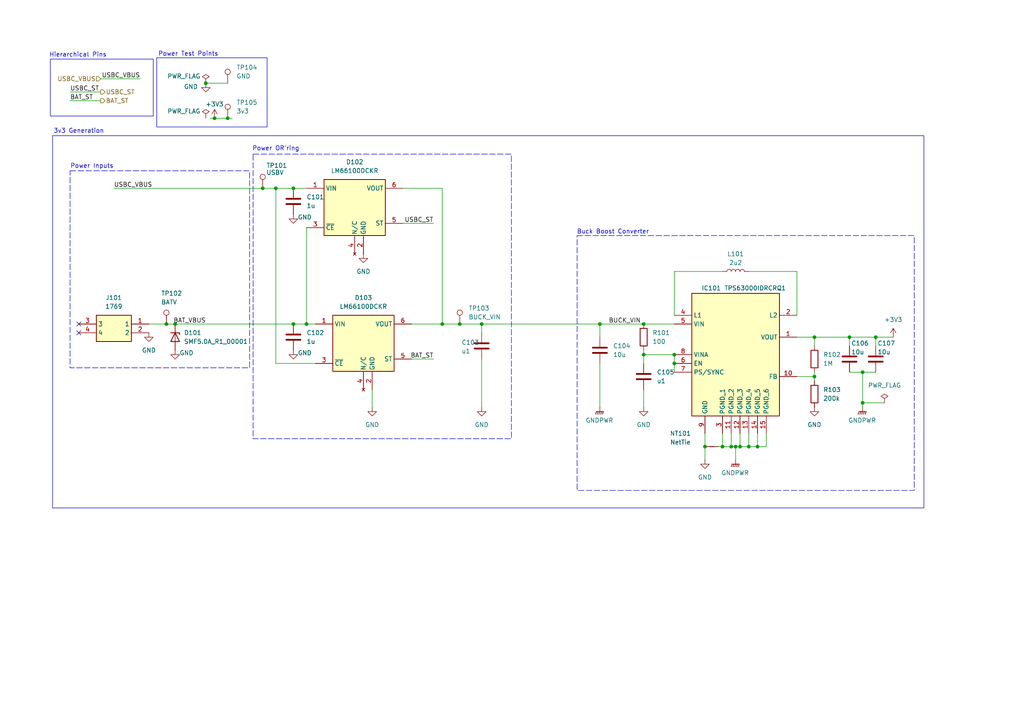
<source format=kicad_sch>
(kicad_sch
	(version 20250114)
	(generator "eeschema")
	(generator_version "9.0")
	(uuid "0ae4f932-445f-41fa-9568-3162086c2a58")
	(paper "A4")
	(lib_symbols
		(symbol "Connector:TestPoint"
			(pin_numbers
				(hide yes)
			)
			(pin_names
				(offset 0.762)
				(hide yes)
			)
			(exclude_from_sim no)
			(in_bom yes)
			(on_board yes)
			(property "Reference" "TP"
				(at 0 6.858 0)
				(effects
					(font
						(size 1.27 1.27)
					)
				)
			)
			(property "Value" "TestPoint"
				(at 0 5.08 0)
				(effects
					(font
						(size 1.27 1.27)
					)
				)
			)
			(property "Footprint" ""
				(at 5.08 0 0)
				(effects
					(font
						(size 1.27 1.27)
					)
					(hide yes)
				)
			)
			(property "Datasheet" "~"
				(at 5.08 0 0)
				(effects
					(font
						(size 1.27 1.27)
					)
					(hide yes)
				)
			)
			(property "Description" "test point"
				(at 0 0 0)
				(effects
					(font
						(size 1.27 1.27)
					)
					(hide yes)
				)
			)
			(property "ki_keywords" "test point tp"
				(at 0 0 0)
				(effects
					(font
						(size 1.27 1.27)
					)
					(hide yes)
				)
			)
			(property "ki_fp_filters" "Pin* Test*"
				(at 0 0 0)
				(effects
					(font
						(size 1.27 1.27)
					)
					(hide yes)
				)
			)
			(symbol "TestPoint_0_1"
				(circle
					(center 0 3.302)
					(radius 0.762)
					(stroke
						(width 0)
						(type default)
					)
					(fill
						(type none)
					)
				)
			)
			(symbol "TestPoint_1_1"
				(pin passive line
					(at 0 0 90)
					(length 2.54)
					(name "1"
						(effects
							(font
								(size 1.27 1.27)
							)
						)
					)
					(number "1"
						(effects
							(font
								(size 1.27 1.27)
							)
						)
					)
				)
			)
			(embedded_fonts no)
		)
		(symbol "Device:C"
			(pin_numbers
				(hide yes)
			)
			(pin_names
				(offset 0.254)
			)
			(exclude_from_sim no)
			(in_bom yes)
			(on_board yes)
			(property "Reference" "C"
				(at 0.635 2.54 0)
				(effects
					(font
						(size 1.27 1.27)
					)
					(justify left)
				)
			)
			(property "Value" "C"
				(at 0.635 -2.54 0)
				(effects
					(font
						(size 1.27 1.27)
					)
					(justify left)
				)
			)
			(property "Footprint" ""
				(at 0.9652 -3.81 0)
				(effects
					(font
						(size 1.27 1.27)
					)
					(hide yes)
				)
			)
			(property "Datasheet" "~"
				(at 0 0 0)
				(effects
					(font
						(size 1.27 1.27)
					)
					(hide yes)
				)
			)
			(property "Description" "Unpolarized capacitor"
				(at 0 0 0)
				(effects
					(font
						(size 1.27 1.27)
					)
					(hide yes)
				)
			)
			(property "ki_keywords" "cap capacitor"
				(at 0 0 0)
				(effects
					(font
						(size 1.27 1.27)
					)
					(hide yes)
				)
			)
			(property "ki_fp_filters" "C_*"
				(at 0 0 0)
				(effects
					(font
						(size 1.27 1.27)
					)
					(hide yes)
				)
			)
			(symbol "C_0_1"
				(polyline
					(pts
						(xy -2.032 0.762) (xy 2.032 0.762)
					)
					(stroke
						(width 0.508)
						(type default)
					)
					(fill
						(type none)
					)
				)
				(polyline
					(pts
						(xy -2.032 -0.762) (xy 2.032 -0.762)
					)
					(stroke
						(width 0.508)
						(type default)
					)
					(fill
						(type none)
					)
				)
			)
			(symbol "C_1_1"
				(pin passive line
					(at 0 3.81 270)
					(length 2.794)
					(name "~"
						(effects
							(font
								(size 1.27 1.27)
							)
						)
					)
					(number "1"
						(effects
							(font
								(size 1.27 1.27)
							)
						)
					)
				)
				(pin passive line
					(at 0 -3.81 90)
					(length 2.794)
					(name "~"
						(effects
							(font
								(size 1.27 1.27)
							)
						)
					)
					(number "2"
						(effects
							(font
								(size 1.27 1.27)
							)
						)
					)
				)
			)
			(embedded_fonts no)
		)
		(symbol "Device:D_Zener"
			(pin_numbers
				(hide yes)
			)
			(pin_names
				(offset 1.016)
				(hide yes)
			)
			(exclude_from_sim no)
			(in_bom yes)
			(on_board yes)
			(property "Reference" "D"
				(at 0 2.54 0)
				(effects
					(font
						(size 1.27 1.27)
					)
				)
			)
			(property "Value" "D_Zener"
				(at 0 -2.54 0)
				(effects
					(font
						(size 1.27 1.27)
					)
				)
			)
			(property "Footprint" ""
				(at 0 0 0)
				(effects
					(font
						(size 1.27 1.27)
					)
					(hide yes)
				)
			)
			(property "Datasheet" "~"
				(at 0 0 0)
				(effects
					(font
						(size 1.27 1.27)
					)
					(hide yes)
				)
			)
			(property "Description" "Zener diode"
				(at 0 0 0)
				(effects
					(font
						(size 1.27 1.27)
					)
					(hide yes)
				)
			)
			(property "ki_keywords" "diode"
				(at 0 0 0)
				(effects
					(font
						(size 1.27 1.27)
					)
					(hide yes)
				)
			)
			(property "ki_fp_filters" "TO-???* *_Diode_* *SingleDiode* D_*"
				(at 0 0 0)
				(effects
					(font
						(size 1.27 1.27)
					)
					(hide yes)
				)
			)
			(symbol "D_Zener_0_1"
				(polyline
					(pts
						(xy -1.27 -1.27) (xy -1.27 1.27) (xy -0.762 1.27)
					)
					(stroke
						(width 0.254)
						(type default)
					)
					(fill
						(type none)
					)
				)
				(polyline
					(pts
						(xy 1.27 0) (xy -1.27 0)
					)
					(stroke
						(width 0)
						(type default)
					)
					(fill
						(type none)
					)
				)
				(polyline
					(pts
						(xy 1.27 -1.27) (xy 1.27 1.27) (xy -1.27 0) (xy 1.27 -1.27)
					)
					(stroke
						(width 0.254)
						(type default)
					)
					(fill
						(type none)
					)
				)
			)
			(symbol "D_Zener_1_1"
				(pin passive line
					(at -3.81 0 0)
					(length 2.54)
					(name "K"
						(effects
							(font
								(size 1.27 1.27)
							)
						)
					)
					(number "1"
						(effects
							(font
								(size 1.27 1.27)
							)
						)
					)
				)
				(pin passive line
					(at 3.81 0 180)
					(length 2.54)
					(name "A"
						(effects
							(font
								(size 1.27 1.27)
							)
						)
					)
					(number "2"
						(effects
							(font
								(size 1.27 1.27)
							)
						)
					)
				)
			)
			(embedded_fonts no)
		)
		(symbol "Device:L"
			(pin_numbers
				(hide yes)
			)
			(pin_names
				(offset 1.016)
				(hide yes)
			)
			(exclude_from_sim no)
			(in_bom yes)
			(on_board yes)
			(property "Reference" "L"
				(at -1.27 0 90)
				(effects
					(font
						(size 1.27 1.27)
					)
				)
			)
			(property "Value" "L"
				(at 1.905 0 90)
				(effects
					(font
						(size 1.27 1.27)
					)
				)
			)
			(property "Footprint" ""
				(at 0 0 0)
				(effects
					(font
						(size 1.27 1.27)
					)
					(hide yes)
				)
			)
			(property "Datasheet" "~"
				(at 0 0 0)
				(effects
					(font
						(size 1.27 1.27)
					)
					(hide yes)
				)
			)
			(property "Description" "Inductor"
				(at 0 0 0)
				(effects
					(font
						(size 1.27 1.27)
					)
					(hide yes)
				)
			)
			(property "ki_keywords" "inductor choke coil reactor magnetic"
				(at 0 0 0)
				(effects
					(font
						(size 1.27 1.27)
					)
					(hide yes)
				)
			)
			(property "ki_fp_filters" "Choke_* *Coil* Inductor_* L_*"
				(at 0 0 0)
				(effects
					(font
						(size 1.27 1.27)
					)
					(hide yes)
				)
			)
			(symbol "L_0_1"
				(arc
					(start 0 2.54)
					(mid 0.6323 1.905)
					(end 0 1.27)
					(stroke
						(width 0)
						(type default)
					)
					(fill
						(type none)
					)
				)
				(arc
					(start 0 1.27)
					(mid 0.6323 0.635)
					(end 0 0)
					(stroke
						(width 0)
						(type default)
					)
					(fill
						(type none)
					)
				)
				(arc
					(start 0 0)
					(mid 0.6323 -0.635)
					(end 0 -1.27)
					(stroke
						(width 0)
						(type default)
					)
					(fill
						(type none)
					)
				)
				(arc
					(start 0 -1.27)
					(mid 0.6323 -1.905)
					(end 0 -2.54)
					(stroke
						(width 0)
						(type default)
					)
					(fill
						(type none)
					)
				)
			)
			(symbol "L_1_1"
				(pin passive line
					(at 0 3.81 270)
					(length 1.27)
					(name "1"
						(effects
							(font
								(size 1.27 1.27)
							)
						)
					)
					(number "1"
						(effects
							(font
								(size 1.27 1.27)
							)
						)
					)
				)
				(pin passive line
					(at 0 -3.81 90)
					(length 1.27)
					(name "2"
						(effects
							(font
								(size 1.27 1.27)
							)
						)
					)
					(number "2"
						(effects
							(font
								(size 1.27 1.27)
							)
						)
					)
				)
			)
			(embedded_fonts no)
		)
		(symbol "Device:R"
			(pin_numbers
				(hide yes)
			)
			(pin_names
				(offset 0)
			)
			(exclude_from_sim no)
			(in_bom yes)
			(on_board yes)
			(property "Reference" "R"
				(at 2.032 0 90)
				(effects
					(font
						(size 1.27 1.27)
					)
				)
			)
			(property "Value" "R"
				(at 0 0 90)
				(effects
					(font
						(size 1.27 1.27)
					)
				)
			)
			(property "Footprint" ""
				(at -1.778 0 90)
				(effects
					(font
						(size 1.27 1.27)
					)
					(hide yes)
				)
			)
			(property "Datasheet" "~"
				(at 0 0 0)
				(effects
					(font
						(size 1.27 1.27)
					)
					(hide yes)
				)
			)
			(property "Description" "Resistor"
				(at 0 0 0)
				(effects
					(font
						(size 1.27 1.27)
					)
					(hide yes)
				)
			)
			(property "ki_keywords" "R res resistor"
				(at 0 0 0)
				(effects
					(font
						(size 1.27 1.27)
					)
					(hide yes)
				)
			)
			(property "ki_fp_filters" "R_*"
				(at 0 0 0)
				(effects
					(font
						(size 1.27 1.27)
					)
					(hide yes)
				)
			)
			(symbol "R_0_1"
				(rectangle
					(start -1.016 -2.54)
					(end 1.016 2.54)
					(stroke
						(width 0.254)
						(type default)
					)
					(fill
						(type none)
					)
				)
			)
			(symbol "R_1_1"
				(pin passive line
					(at 0 3.81 270)
					(length 1.27)
					(name "~"
						(effects
							(font
								(size 1.27 1.27)
							)
						)
					)
					(number "1"
						(effects
							(font
								(size 1.27 1.27)
							)
						)
					)
				)
				(pin passive line
					(at 0 -3.81 90)
					(length 1.27)
					(name "~"
						(effects
							(font
								(size 1.27 1.27)
							)
						)
					)
					(number "2"
						(effects
							(font
								(size 1.27 1.27)
							)
						)
					)
				)
			)
			(embedded_fonts no)
		)
		(symbol "SamacSys_Parts:1769"
			(exclude_from_sim no)
			(in_bom yes)
			(on_board yes)
			(property "Reference" "J"
				(at 16.51 7.62 0)
				(effects
					(font
						(size 1.27 1.27)
					)
					(justify left top)
				)
			)
			(property "Value" "1769"
				(at 16.51 5.08 0)
				(effects
					(font
						(size 1.27 1.27)
					)
					(justify left top)
				)
			)
			(property "Footprint" "1769"
				(at 16.51 -94.92 0)
				(effects
					(font
						(size 1.27 1.27)
					)
					(justify left top)
					(hide yes)
				)
			)
			(property "Datasheet" "https://cdn-shop.adafruit.com/datasheets/17311.pdf"
				(at 16.51 -194.92 0)
				(effects
					(font
						(size 1.27 1.27)
					)
					(justify left top)
					(hide yes)
				)
			)
			(property "Description" "Adafruit Accessories JST-PH 2-pin SMT Right Angle Connect"
				(at 0 0 0)
				(effects
					(font
						(size 1.27 1.27)
					)
					(hide yes)
				)
			)
			(property "Height" "5.5"
				(at 16.51 -394.92 0)
				(effects
					(font
						(size 1.27 1.27)
					)
					(justify left top)
					(hide yes)
				)
			)
			(property "Mouser Part Number" "485-1769"
				(at 16.51 -494.92 0)
				(effects
					(font
						(size 1.27 1.27)
					)
					(justify left top)
					(hide yes)
				)
			)
			(property "Mouser Price/Stock" "https://www.mouser.co.uk/ProductDetail/Adafruit/1769?qs=GURawfaeGuBbgoGtf2XstA%3D%3D"
				(at 16.51 -594.92 0)
				(effects
					(font
						(size 1.27 1.27)
					)
					(justify left top)
					(hide yes)
				)
			)
			(property "Manufacturer_Name" "Adafruit"
				(at 16.51 -694.92 0)
				(effects
					(font
						(size 1.27 1.27)
					)
					(justify left top)
					(hide yes)
				)
			)
			(property "Manufacturer_Part_Number" "1769"
				(at 16.51 -794.92 0)
				(effects
					(font
						(size 1.27 1.27)
					)
					(justify left top)
					(hide yes)
				)
			)
			(symbol "1769_1_1"
				(rectangle
					(start 5.08 2.54)
					(end 15.24 -5.08)
					(stroke
						(width 0.254)
						(type default)
					)
					(fill
						(type background)
					)
				)
				(pin passive line
					(at 0 0 0)
					(length 5.08)
					(name "3"
						(effects
							(font
								(size 1.27 1.27)
							)
						)
					)
					(number "3"
						(effects
							(font
								(size 1.27 1.27)
							)
						)
					)
				)
				(pin passive line
					(at 0 -2.54 0)
					(length 5.08)
					(name "4"
						(effects
							(font
								(size 1.27 1.27)
							)
						)
					)
					(number "4"
						(effects
							(font
								(size 1.27 1.27)
							)
						)
					)
				)
				(pin passive line
					(at 20.32 0 180)
					(length 5.08)
					(name "1"
						(effects
							(font
								(size 1.27 1.27)
							)
						)
					)
					(number "1"
						(effects
							(font
								(size 1.27 1.27)
							)
						)
					)
				)
				(pin passive line
					(at 20.32 -2.54 180)
					(length 5.08)
					(name "2"
						(effects
							(font
								(size 1.27 1.27)
							)
						)
					)
					(number "2"
						(effects
							(font
								(size 1.27 1.27)
							)
						)
					)
				)
			)
			(embedded_fonts no)
		)
		(symbol "SamacSys_Parts:LM66100DCKR"
			(exclude_from_sim no)
			(in_bom yes)
			(on_board yes)
			(property "Reference" "D"
				(at 24.13 7.62 0)
				(effects
					(font
						(size 1.27 1.27)
					)
					(justify left top)
				)
			)
			(property "Value" "LM66100DCKR"
				(at 24.13 5.08 0)
				(effects
					(font
						(size 1.27 1.27)
					)
					(justify left top)
				)
			)
			(property "Footprint" "SOP65P210X110-6N"
				(at 24.13 -94.92 0)
				(effects
					(font
						(size 1.27 1.27)
					)
					(justify left top)
					(hide yes)
				)
			)
			(property "Datasheet" "http://www.ti.com/lit/gpn/LM66100"
				(at 24.13 -194.92 0)
				(effects
					(font
						(size 1.27 1.27)
					)
					(justify left top)
					(hide yes)
				)
			)
			(property "Description" "+/-6-V, Low IQ ideal diode with input polarity protection"
				(at 0 0 0)
				(effects
					(font
						(size 1.27 1.27)
					)
					(hide yes)
				)
			)
			(property "Height" "1.1"
				(at 24.13 -394.92 0)
				(effects
					(font
						(size 1.27 1.27)
					)
					(justify left top)
					(hide yes)
				)
			)
			(property "Mouser Part Number" "595-LM66100DCKR"
				(at 24.13 -494.92 0)
				(effects
					(font
						(size 1.27 1.27)
					)
					(justify left top)
					(hide yes)
				)
			)
			(property "Mouser Price/Stock" "https://www.mouser.co.uk/ProductDetail/Texas-Instruments/LM66100DCKR?qs=vLWxofP3U2y2yPPrXoBBoA%3D%3D"
				(at 24.13 -594.92 0)
				(effects
					(font
						(size 1.27 1.27)
					)
					(justify left top)
					(hide yes)
				)
			)
			(property "Manufacturer_Name" "Texas Instruments"
				(at 24.13 -694.92 0)
				(effects
					(font
						(size 1.27 1.27)
					)
					(justify left top)
					(hide yes)
				)
			)
			(property "Manufacturer_Part_Number" "LM66100DCKR"
				(at 24.13 -794.92 0)
				(effects
					(font
						(size 1.27 1.27)
					)
					(justify left top)
					(hide yes)
				)
			)
			(symbol "LM66100DCKR_1_1"
				(rectangle
					(start 5.08 2.54)
					(end 22.86 -13.716)
					(stroke
						(width 0.254)
						(type default)
					)
					(fill
						(type background)
					)
				)
				(pin passive line
					(at 0 0 0)
					(length 5.08)
					(name "VIN"
						(effects
							(font
								(size 1.27 1.27)
							)
						)
					)
					(number "1"
						(effects
							(font
								(size 1.27 1.27)
							)
						)
					)
				)
				(pin passive line
					(at 0 -11.43 0)
					(length 5.08)
					(name "~{CE}"
						(effects
							(font
								(size 1.27 1.27)
							)
						)
					)
					(number "3"
						(effects
							(font
								(size 1.27 1.27)
							)
						)
					)
				)
				(pin no_connect line
					(at 13.97 -19.05 90)
					(length 5.08)
					(name "N/C"
						(effects
							(font
								(size 1.27 1.27)
							)
						)
					)
					(number "4"
						(effects
							(font
								(size 1.27 1.27)
							)
						)
					)
				)
				(pin passive line
					(at 16.51 -19.05 90)
					(length 5.08)
					(name "GND"
						(effects
							(font
								(size 1.27 1.27)
							)
						)
					)
					(number "2"
						(effects
							(font
								(size 1.27 1.27)
							)
						)
					)
				)
				(pin passive line
					(at 27.94 0 180)
					(length 5.08)
					(name "VOUT"
						(effects
							(font
								(size 1.27 1.27)
							)
						)
					)
					(number "6"
						(effects
							(font
								(size 1.27 1.27)
							)
						)
					)
				)
				(pin passive line
					(at 27.94 -10.16 180)
					(length 5.08)
					(name "ST"
						(effects
							(font
								(size 1.27 1.27)
							)
						)
					)
					(number "5"
						(effects
							(font
								(size 1.27 1.27)
							)
						)
					)
				)
			)
			(embedded_fonts no)
		)
		(symbol "SamacSys_Parts:NetTie"
			(pin_numbers
				(hide yes)
			)
			(pin_names
				(offset 0)
				(hide yes)
			)
			(exclude_from_sim no)
			(in_bom no)
			(on_board yes)
			(property "Reference" "NT"
				(at -0.508 1.27 0)
				(effects
					(font
						(size 1.27 1.27)
					)
				)
			)
			(property "Value" "NetTie"
				(at -0.508 -1.27 0)
				(effects
					(font
						(size 1.27 1.27)
					)
				)
			)
			(property "Footprint" "NetTie:NetTie-2_SMD_Pad0.5mm"
				(at 0 0 0)
				(effects
					(font
						(size 1.27 1.27)
					)
					(hide yes)
				)
			)
			(property "Datasheet" "~"
				(at 0 0 0)
				(effects
					(font
						(size 1.27 1.27)
					)
					(hide yes)
				)
			)
			(property "Description" "Net tie, 2 pins"
				(at 0 0 0)
				(effects
					(font
						(size 1.27 1.27)
					)
					(hide yes)
				)
			)
			(property "ki_keywords" "net tie short"
				(at 0 0 0)
				(effects
					(font
						(size 1.27 1.27)
					)
					(hide yes)
				)
			)
			(property "ki_fp_filters" "Net*Tie*"
				(at 0 0 0)
				(effects
					(font
						(size 1.27 1.27)
					)
					(hide yes)
				)
			)
			(symbol "NetTie_1_1"
				(pin passive line
					(at -2.54 0 0)
					(length 2.54)
					(name "1"
						(effects
							(font
								(size 1.27 1.27)
							)
						)
					)
					(number "1"
						(effects
							(font
								(size 1.27 1.27)
							)
						)
					)
				)
				(pin passive line
					(at 1.27 0 180)
					(length 2.54)
					(name "2"
						(effects
							(font
								(size 1.27 1.27)
							)
						)
					)
					(number "2"
						(effects
							(font
								(size 1.27 1.27)
							)
						)
					)
				)
			)
			(embedded_fonts no)
		)
		(symbol "SamacSys_Parts:TPS63000IDRCRQ1"
			(exclude_from_sim no)
			(in_bom yes)
			(on_board yes)
			(property "Reference" "IC"
				(at 8.89 17.272 0)
				(effects
					(font
						(size 1.27 1.27)
					)
					(justify left top)
				)
			)
			(property "Value" "TPS63000IDRCRQ1"
				(at 8.89 14.732 0)
				(effects
					(font
						(size 1.27 1.27)
					)
					(justify left top)
				)
			)
			(property "Footprint" "TPS63000IDRCRQ1"
				(at 31.75 -84.76 0)
				(effects
					(font
						(size 1.27 1.27)
					)
					(justify left top)
					(hide yes)
				)
			)
			(property "Datasheet" "https://www.ti.com/lit/gpn/tps63000-q1?HQS=ti-null-null-sf-df-pf-sep-wwe&DCM=yes"
				(at 31.75 -184.76 0)
				(effects
					(font
						(size 1.27 1.27)
					)
					(justify left top)
					(hide yes)
				)
			)
			(property "Description" "Switching Voltage Regulators Auto Cat 96% Buck- Boost Converter"
				(at 0 0 0)
				(effects
					(font
						(size 1.27 1.27)
					)
					(hide yes)
				)
			)
			(property "Height" "1"
				(at 31.75 -384.76 0)
				(effects
					(font
						(size 1.27 1.27)
					)
					(justify left top)
					(hide yes)
				)
			)
			(property "Mouser Part Number" "595-TPS63000IDRCRQ1"
				(at 31.75 -484.76 0)
				(effects
					(font
						(size 1.27 1.27)
					)
					(justify left top)
					(hide yes)
				)
			)
			(property "Mouser Price/Stock" "https://www.mouser.co.uk/ProductDetail/Texas-Instruments/TPS63000IDRCRQ1?qs=i6VRxKQL%2FYw6zzUuY%2FiBvw%3D%3D"
				(at 31.75 -584.76 0)
				(effects
					(font
						(size 1.27 1.27)
					)
					(justify left top)
					(hide yes)
				)
			)
			(property "Manufacturer_Name" "Texas Instruments"
				(at 31.75 -684.76 0)
				(effects
					(font
						(size 1.27 1.27)
					)
					(justify left top)
					(hide yes)
				)
			)
			(property "Manufacturer_Part_Number" "TPS63000IDRCRQ1"
				(at 31.75 -784.76 0)
				(effects
					(font
						(size 1.27 1.27)
					)
					(justify left top)
					(hide yes)
				)
			)
			(symbol "TPS63000IDRCRQ1_1_1"
				(rectangle
					(start 5.08 12.7)
					(end 30.48 -22.86)
					(stroke
						(width 0.254)
						(type default)
					)
					(fill
						(type background)
					)
				)
				(pin passive line
					(at 0 6.35 0)
					(length 5.08)
					(name "L1"
						(effects
							(font
								(size 1.27 1.27)
							)
						)
					)
					(number "4"
						(effects
							(font
								(size 1.27 1.27)
							)
						)
					)
				)
				(pin passive line
					(at 0 3.81 0)
					(length 5.08)
					(name "VIN"
						(effects
							(font
								(size 1.27 1.27)
							)
						)
					)
					(number "5"
						(effects
							(font
								(size 1.27 1.27)
							)
						)
					)
				)
				(pin passive line
					(at 0 -5.08 0)
					(length 5.08)
					(name "VINA"
						(effects
							(font
								(size 1.27 1.27)
							)
						)
					)
					(number "8"
						(effects
							(font
								(size 1.27 1.27)
							)
						)
					)
				)
				(pin passive line
					(at 0 -7.62 0)
					(length 5.08)
					(name "EN"
						(effects
							(font
								(size 1.27 1.27)
							)
						)
					)
					(number "6"
						(effects
							(font
								(size 1.27 1.27)
							)
						)
					)
				)
				(pin passive line
					(at 0 -10.16 0)
					(length 5.08)
					(name "PS/SYNC"
						(effects
							(font
								(size 1.27 1.27)
							)
						)
					)
					(number "7"
						(effects
							(font
								(size 1.27 1.27)
							)
						)
					)
				)
				(pin passive line
					(at 8.89 -27.94 90)
					(length 5.08)
					(name "GND"
						(effects
							(font
								(size 1.27 1.27)
							)
						)
					)
					(number "9"
						(effects
							(font
								(size 1.27 1.27)
							)
						)
					)
				)
				(pin passive line
					(at 13.97 -27.94 90)
					(length 5.08)
					(name "PGND_1"
						(effects
							(font
								(size 1.27 1.27)
							)
						)
					)
					(number "3"
						(effects
							(font
								(size 1.27 1.27)
							)
						)
					)
				)
				(pin passive line
					(at 16.51 -27.94 90)
					(length 5.08)
					(name "PGND_2"
						(effects
							(font
								(size 1.27 1.27)
							)
						)
					)
					(number "11"
						(effects
							(font
								(size 1.27 1.27)
							)
						)
					)
				)
				(pin passive line
					(at 19.05 -27.94 90)
					(length 5.08)
					(name "PGND_3"
						(effects
							(font
								(size 1.27 1.27)
							)
						)
					)
					(number "12"
						(effects
							(font
								(size 1.27 1.27)
							)
						)
					)
				)
				(pin passive line
					(at 21.59 -27.94 90)
					(length 5.08)
					(name "PGND_4"
						(effects
							(font
								(size 1.27 1.27)
							)
						)
					)
					(number "13"
						(effects
							(font
								(size 1.27 1.27)
							)
						)
					)
				)
				(pin passive line
					(at 24.13 -27.94 90)
					(length 5.08)
					(name "PGND_5"
						(effects
							(font
								(size 1.27 1.27)
							)
						)
					)
					(number "14"
						(effects
							(font
								(size 1.27 1.27)
							)
						)
					)
				)
				(pin passive line
					(at 26.67 -27.94 90)
					(length 5.08)
					(name "PGND_6"
						(effects
							(font
								(size 1.27 1.27)
							)
						)
					)
					(number "15"
						(effects
							(font
								(size 1.27 1.27)
							)
						)
					)
				)
				(pin passive line
					(at 35.56 6.35 180)
					(length 5.08)
					(name "L2"
						(effects
							(font
								(size 1.27 1.27)
							)
						)
					)
					(number "2"
						(effects
							(font
								(size 1.27 1.27)
							)
						)
					)
				)
				(pin passive line
					(at 35.56 0 180)
					(length 5.08)
					(name "VOUT"
						(effects
							(font
								(size 1.27 1.27)
							)
						)
					)
					(number "1"
						(effects
							(font
								(size 1.27 1.27)
							)
						)
					)
				)
				(pin passive line
					(at 35.56 -11.43 180)
					(length 5.08)
					(name "FB"
						(effects
							(font
								(size 1.27 1.27)
							)
						)
					)
					(number "10"
						(effects
							(font
								(size 1.27 1.27)
							)
						)
					)
				)
			)
			(embedded_fonts no)
		)
		(symbol "power:+3V3"
			(power)
			(pin_numbers
				(hide yes)
			)
			(pin_names
				(offset 0)
				(hide yes)
			)
			(exclude_from_sim no)
			(in_bom yes)
			(on_board yes)
			(property "Reference" "#PWR"
				(at 0 -3.81 0)
				(effects
					(font
						(size 1.27 1.27)
					)
					(hide yes)
				)
			)
			(property "Value" "+3V3"
				(at 0 3.556 0)
				(effects
					(font
						(size 1.27 1.27)
					)
				)
			)
			(property "Footprint" ""
				(at 0 0 0)
				(effects
					(font
						(size 1.27 1.27)
					)
					(hide yes)
				)
			)
			(property "Datasheet" ""
				(at 0 0 0)
				(effects
					(font
						(size 1.27 1.27)
					)
					(hide yes)
				)
			)
			(property "Description" "Power symbol creates a global label with name \"+3V3\""
				(at 0 0 0)
				(effects
					(font
						(size 1.27 1.27)
					)
					(hide yes)
				)
			)
			(property "ki_keywords" "global power"
				(at 0 0 0)
				(effects
					(font
						(size 1.27 1.27)
					)
					(hide yes)
				)
			)
			(symbol "+3V3_0_1"
				(polyline
					(pts
						(xy -0.762 1.27) (xy 0 2.54)
					)
					(stroke
						(width 0)
						(type default)
					)
					(fill
						(type none)
					)
				)
				(polyline
					(pts
						(xy 0 2.54) (xy 0.762 1.27)
					)
					(stroke
						(width 0)
						(type default)
					)
					(fill
						(type none)
					)
				)
				(polyline
					(pts
						(xy 0 0) (xy 0 2.54)
					)
					(stroke
						(width 0)
						(type default)
					)
					(fill
						(type none)
					)
				)
			)
			(symbol "+3V3_1_1"
				(pin power_in line
					(at 0 0 90)
					(length 0)
					(name "~"
						(effects
							(font
								(size 1.27 1.27)
							)
						)
					)
					(number "1"
						(effects
							(font
								(size 1.27 1.27)
							)
						)
					)
				)
			)
			(embedded_fonts no)
		)
		(symbol "power:GND"
			(power)
			(pin_numbers
				(hide yes)
			)
			(pin_names
				(offset 0)
				(hide yes)
			)
			(exclude_from_sim no)
			(in_bom yes)
			(on_board yes)
			(property "Reference" "#PWR"
				(at 0 -6.35 0)
				(effects
					(font
						(size 1.27 1.27)
					)
					(hide yes)
				)
			)
			(property "Value" "GND"
				(at 0 -3.81 0)
				(effects
					(font
						(size 1.27 1.27)
					)
				)
			)
			(property "Footprint" ""
				(at 0 0 0)
				(effects
					(font
						(size 1.27 1.27)
					)
					(hide yes)
				)
			)
			(property "Datasheet" ""
				(at 0 0 0)
				(effects
					(font
						(size 1.27 1.27)
					)
					(hide yes)
				)
			)
			(property "Description" "Power symbol creates a global label with name \"GND\" , ground"
				(at 0 0 0)
				(effects
					(font
						(size 1.27 1.27)
					)
					(hide yes)
				)
			)
			(property "ki_keywords" "global power"
				(at 0 0 0)
				(effects
					(font
						(size 1.27 1.27)
					)
					(hide yes)
				)
			)
			(symbol "GND_0_1"
				(polyline
					(pts
						(xy 0 0) (xy 0 -1.27) (xy 1.27 -1.27) (xy 0 -2.54) (xy -1.27 -1.27) (xy 0 -1.27)
					)
					(stroke
						(width 0)
						(type default)
					)
					(fill
						(type none)
					)
				)
			)
			(symbol "GND_1_1"
				(pin power_in line
					(at 0 0 270)
					(length 0)
					(name "~"
						(effects
							(font
								(size 1.27 1.27)
							)
						)
					)
					(number "1"
						(effects
							(font
								(size 1.27 1.27)
							)
						)
					)
				)
			)
			(embedded_fonts no)
		)
		(symbol "power:GNDPWR"
			(power)
			(pin_numbers
				(hide yes)
			)
			(pin_names
				(offset 0)
				(hide yes)
			)
			(exclude_from_sim no)
			(in_bom yes)
			(on_board yes)
			(property "Reference" "#PWR"
				(at 0 -5.08 0)
				(effects
					(font
						(size 1.27 1.27)
					)
					(hide yes)
				)
			)
			(property "Value" "GNDPWR"
				(at 0 -3.302 0)
				(effects
					(font
						(size 1.27 1.27)
					)
				)
			)
			(property "Footprint" ""
				(at 0 -1.27 0)
				(effects
					(font
						(size 1.27 1.27)
					)
					(hide yes)
				)
			)
			(property "Datasheet" ""
				(at 0 -1.27 0)
				(effects
					(font
						(size 1.27 1.27)
					)
					(hide yes)
				)
			)
			(property "Description" "Power symbol creates a global label with name \"GNDPWR\" , global ground"
				(at 0 0 0)
				(effects
					(font
						(size 1.27 1.27)
					)
					(hide yes)
				)
			)
			(property "ki_keywords" "global ground"
				(at 0 0 0)
				(effects
					(font
						(size 1.27 1.27)
					)
					(hide yes)
				)
			)
			(symbol "GNDPWR_0_1"
				(polyline
					(pts
						(xy -1.016 -1.27) (xy -1.27 -2.032) (xy -1.27 -2.032)
					)
					(stroke
						(width 0.2032)
						(type default)
					)
					(fill
						(type none)
					)
				)
				(polyline
					(pts
						(xy -0.508 -1.27) (xy -0.762 -2.032) (xy -0.762 -2.032)
					)
					(stroke
						(width 0.2032)
						(type default)
					)
					(fill
						(type none)
					)
				)
				(polyline
					(pts
						(xy 0 -1.27) (xy 0 0)
					)
					(stroke
						(width 0)
						(type default)
					)
					(fill
						(type none)
					)
				)
				(polyline
					(pts
						(xy 0 -1.27) (xy -0.254 -2.032) (xy -0.254 -2.032)
					)
					(stroke
						(width 0.2032)
						(type default)
					)
					(fill
						(type none)
					)
				)
				(polyline
					(pts
						(xy 0.508 -1.27) (xy 0.254 -2.032) (xy 0.254 -2.032)
					)
					(stroke
						(width 0.2032)
						(type default)
					)
					(fill
						(type none)
					)
				)
				(polyline
					(pts
						(xy 1.016 -1.27) (xy -1.016 -1.27) (xy -1.016 -1.27)
					)
					(stroke
						(width 0.2032)
						(type default)
					)
					(fill
						(type none)
					)
				)
				(polyline
					(pts
						(xy 1.016 -1.27) (xy 0.762 -2.032) (xy 0.762 -2.032) (xy 0.762 -2.032)
					)
					(stroke
						(width 0.2032)
						(type default)
					)
					(fill
						(type none)
					)
				)
			)
			(symbol "GNDPWR_1_1"
				(pin power_in line
					(at 0 0 270)
					(length 0)
					(name "~"
						(effects
							(font
								(size 1.27 1.27)
							)
						)
					)
					(number "1"
						(effects
							(font
								(size 1.27 1.27)
							)
						)
					)
				)
			)
			(embedded_fonts no)
		)
		(symbol "power:PWR_FLAG"
			(power)
			(pin_numbers
				(hide yes)
			)
			(pin_names
				(offset 0)
				(hide yes)
			)
			(exclude_from_sim no)
			(in_bom yes)
			(on_board yes)
			(property "Reference" "#FLG"
				(at 0 1.905 0)
				(effects
					(font
						(size 1.27 1.27)
					)
					(hide yes)
				)
			)
			(property "Value" "PWR_FLAG"
				(at 0 3.81 0)
				(effects
					(font
						(size 1.27 1.27)
					)
				)
			)
			(property "Footprint" ""
				(at 0 0 0)
				(effects
					(font
						(size 1.27 1.27)
					)
					(hide yes)
				)
			)
			(property "Datasheet" "~"
				(at 0 0 0)
				(effects
					(font
						(size 1.27 1.27)
					)
					(hide yes)
				)
			)
			(property "Description" "Special symbol for telling ERC where power comes from"
				(at 0 0 0)
				(effects
					(font
						(size 1.27 1.27)
					)
					(hide yes)
				)
			)
			(property "ki_keywords" "flag power"
				(at 0 0 0)
				(effects
					(font
						(size 1.27 1.27)
					)
					(hide yes)
				)
			)
			(symbol "PWR_FLAG_0_0"
				(pin power_out line
					(at 0 0 90)
					(length 0)
					(name "~"
						(effects
							(font
								(size 1.27 1.27)
							)
						)
					)
					(number "1"
						(effects
							(font
								(size 1.27 1.27)
							)
						)
					)
				)
			)
			(symbol "PWR_FLAG_0_1"
				(polyline
					(pts
						(xy 0 0) (xy 0 1.27) (xy -1.016 1.905) (xy 0 2.54) (xy 1.016 1.905) (xy 0 1.27)
					)
					(stroke
						(width 0)
						(type default)
					)
					(fill
						(type none)
					)
				)
			)
			(embedded_fonts no)
		)
	)
	(rectangle
		(start 15.24 39.37)
		(end 267.97 147.32)
		(stroke
			(width 0)
			(type default)
		)
		(fill
			(type none)
		)
		(uuid 0b7b0aa4-dae8-4315-9058-4c5efb5948d8)
	)
	(rectangle
		(start 167.386 68.326)
		(end 265.176 142.24)
		(stroke
			(width 0)
			(type dash)
		)
		(fill
			(type none)
		)
		(uuid 14182431-2730-4d0c-bd43-1a1e3654cde7)
	)
	(rectangle
		(start 73.406 44.704)
		(end 148.336 127.254)
		(stroke
			(width 0)
			(type dash)
		)
		(fill
			(type none)
		)
		(uuid 40aacb8f-42c5-48bd-a555-8a70f44d5310)
	)
	(rectangle
		(start 20.32 49.53)
		(end 72.39 106.68)
		(stroke
			(width 0)
			(type dash)
		)
		(fill
			(type none)
		)
		(uuid abf5c2e6-5a76-4191-b0ca-9755fad305ed)
	)
	(rectangle
		(start 14.605 17.145)
		(end 44.45 33.655)
		(stroke
			(width 0)
			(type default)
		)
		(fill
			(type none)
		)
		(uuid b029d525-43c0-43eb-a7f8-896a8de53a04)
	)
	(rectangle
		(start 45.466 16.764)
		(end 77.47 36.83)
		(stroke
			(width 0)
			(type solid)
		)
		(fill
			(type none)
		)
		(uuid e9a62ec0-6c15-4e2b-873e-6cc9f7bc4a4c)
	)
	(text "Power Test Points"
		(exclude_from_sim no)
		(at 54.61 15.748 0)
		(effects
			(font
				(size 1.27 1.27)
			)
		)
		(uuid "112de3f0-5166-4010-b0f1-752a504cacf2")
	)
	(text "Buck Boost Converter"
		(exclude_from_sim no)
		(at 177.8 67.31 0)
		(effects
			(font
				(size 1.27 1.27)
			)
		)
		(uuid "18ebddc2-132e-4209-b224-fb21acaca172")
	)
	(text "3v3 Generation"
		(exclude_from_sim no)
		(at 22.86 38.1 0)
		(effects
			(font
				(size 1.27 1.27)
			)
		)
		(uuid "31293b09-10f2-43cb-b25f-fe01f4e2e82e")
	)
	(text "Power OR'ring"
		(exclude_from_sim no)
		(at 80.01 43.18 0)
		(effects
			(font
				(size 1.27 1.27)
			)
		)
		(uuid "591a8e3c-aa2e-4819-893a-26c9ad4156a1")
	)
	(text "Hierarchical Pins"
		(exclude_from_sim no)
		(at 22.606 16.002 0)
		(effects
			(font
				(size 1.27 1.27)
			)
		)
		(uuid "ebaea176-5ecf-43dd-8918-5c50b6784f0b")
	)
	(text "Power Inputs"
		(exclude_from_sim no)
		(at 26.67 48.26 0)
		(effects
			(font
				(size 1.27 1.27)
			)
		)
		(uuid "f00aaed5-c8db-478f-915a-636872ae8b0c")
	)
	(junction
		(at 186.69 93.98)
		(diameter 0)
		(color 0 0 0 0)
		(uuid "0a04bf41-3c85-443f-9707-01e32ae85e11")
	)
	(junction
		(at 214.63 129.54)
		(diameter 0)
		(color 0 0 0 0)
		(uuid "0a6d0ddd-a886-48b6-bc9f-4aff717f135e")
	)
	(junction
		(at 250.19 116.84)
		(diameter 0)
		(color 0 0 0 0)
		(uuid "106be85b-ce63-43fb-980b-68e47cf30634")
	)
	(junction
		(at 128.27 93.98)
		(diameter 0)
		(color 0 0 0 0)
		(uuid "12c5b87a-2bb8-44e7-982e-6ad3365821c6")
	)
	(junction
		(at 254 97.79)
		(diameter 0)
		(color 0 0 0 0)
		(uuid "141c3320-5a75-4f9c-aa7a-10eda2030524")
	)
	(junction
		(at 213.36 129.54)
		(diameter 0)
		(color 0 0 0 0)
		(uuid "1591984a-a881-41b9-a710-c65a8ff7b364")
	)
	(junction
		(at 236.22 109.22)
		(diameter 0)
		(color 0 0 0 0)
		(uuid "17e2f07a-98c2-415c-869d-99de85ff05c5")
	)
	(junction
		(at 139.7 93.98)
		(diameter 0)
		(color 0 0 0 0)
		(uuid "1d9e53dc-785b-410d-8937-f3daa245813f")
	)
	(junction
		(at 219.71 129.54)
		(diameter 0)
		(color 0 0 0 0)
		(uuid "31725f1a-7008-41f5-aa3a-2055ac100dd9")
	)
	(junction
		(at 133.35 93.98)
		(diameter 0)
		(color 0 0 0 0)
		(uuid "3fd68f83-4926-4d4c-bf07-e29ead78b3f2")
	)
	(junction
		(at 59.69 24.13)
		(diameter 0)
		(color 0 0 0 0)
		(uuid "4de9d6fb-431c-4857-a7d2-e7d1d4fdfa65")
	)
	(junction
		(at 236.22 97.79)
		(diameter 0)
		(color 0 0 0 0)
		(uuid "51df5598-ccdb-4431-b370-a605abe5d003")
	)
	(junction
		(at 209.55 129.54)
		(diameter 0)
		(color 0 0 0 0)
		(uuid "5285675b-4904-42fa-9f05-c476af58e1c8")
	)
	(junction
		(at 204.47 129.54)
		(diameter 0)
		(color 0 0 0 0)
		(uuid "58ec1313-f79c-4fae-a6fd-26f8bf973c9a")
	)
	(junction
		(at 246.38 97.79)
		(diameter 0)
		(color 0 0 0 0)
		(uuid "62944dfa-c5bd-45d9-8c78-aa8bc7dc4ed6")
	)
	(junction
		(at 85.09 93.98)
		(diameter 0)
		(color 0 0 0 0)
		(uuid "6a5e7a0e-178f-475c-8266-94b70dc3ef17")
	)
	(junction
		(at 195.58 105.41)
		(diameter 0)
		(color 0 0 0 0)
		(uuid "6b7e7e04-171e-4f44-add7-97e53fb273d4")
	)
	(junction
		(at 186.69 102.87)
		(diameter 0)
		(color 0 0 0 0)
		(uuid "6bc66360-2b32-42aa-9b58-0cca7fbd55b1")
	)
	(junction
		(at 76.2 54.61)
		(diameter 0)
		(color 0 0 0 0)
		(uuid "72be22f5-836d-495a-8bfb-862408ae15e7")
	)
	(junction
		(at 50.8 93.98)
		(diameter 0)
		(color 0 0 0 0)
		(uuid "7464ee2c-32db-4b98-ab61-91d41e7a8df8")
	)
	(junction
		(at 88.9 93.98)
		(diameter 0)
		(color 0 0 0 0)
		(uuid "79cc580e-524a-4c5f-9cc8-893cdd9e039f")
	)
	(junction
		(at 173.99 93.98)
		(diameter 0)
		(color 0 0 0 0)
		(uuid "93725fc1-88c0-4c82-ba21-10b6ea07e3e4")
	)
	(junction
		(at 250.19 107.95)
		(diameter 0)
		(color 0 0 0 0)
		(uuid "a21b1c80-244d-455f-808e-096da6edf2cc")
	)
	(junction
		(at 62.23 34.29)
		(diameter 0)
		(color 0 0 0 0)
		(uuid "aeac56a9-fbf7-46f8-a26e-d8acedfb07ec")
	)
	(junction
		(at 48.26 93.98)
		(diameter 0)
		(color 0 0 0 0)
		(uuid "c1a5a6cf-d7af-47f3-a8d5-80d94b953f40")
	)
	(junction
		(at 80.01 54.61)
		(diameter 0)
		(color 0 0 0 0)
		(uuid "cedab7a2-b85d-43fb-aa02-50679493b260")
	)
	(junction
		(at 66.04 34.29)
		(diameter 0)
		(color 0 0 0 0)
		(uuid "e0e78713-c86c-499a-9cf9-e7d7c5d179c8")
	)
	(junction
		(at 212.09 129.54)
		(diameter 0)
		(color 0 0 0 0)
		(uuid "e70eba7a-d96d-4b08-95ac-52a5c6ab54dc")
	)
	(junction
		(at 217.17 129.54)
		(diameter 0)
		(color 0 0 0 0)
		(uuid "ed36a813-d6f1-46cd-8e97-5289f85a1fcd")
	)
	(junction
		(at 195.58 102.87)
		(diameter 0)
		(color 0 0 0 0)
		(uuid "f0c3975a-a035-4114-94b6-cdb88bf661fb")
	)
	(junction
		(at 85.09 54.61)
		(diameter 0)
		(color 0 0 0 0)
		(uuid "f622bab7-a43f-40b6-aa8b-edb02e872899")
	)
	(no_connect
		(at 22.86 93.98)
		(uuid "31b43c70-8a87-406b-9017-642975f60d67")
	)
	(no_connect
		(at 22.86 96.52)
		(uuid "453949b0-a56d-41cf-ab0a-a1f9b1bd8fb5")
	)
	(wire
		(pts
			(xy 186.69 93.98) (xy 195.58 93.98)
		)
		(stroke
			(width 0)
			(type default)
		)
		(uuid "06760154-b09f-4350-ad5b-60cc00deec86")
	)
	(wire
		(pts
			(xy 254 97.79) (xy 254 100.33)
		)
		(stroke
			(width 0)
			(type default)
		)
		(uuid "0d885d46-354f-4cb4-8c6f-aba580ef1244")
	)
	(wire
		(pts
			(xy 214.63 129.54) (xy 217.17 129.54)
		)
		(stroke
			(width 0)
			(type default)
		)
		(uuid "0e556a3e-47d3-4d4f-8e82-139de61a8438")
	)
	(wire
		(pts
			(xy 128.27 54.61) (xy 128.27 93.98)
		)
		(stroke
			(width 0)
			(type default)
		)
		(uuid "10ebe402-098f-4ff2-81ae-dc040ec01fd6")
	)
	(wire
		(pts
			(xy 250.19 118.11) (xy 250.19 116.84)
		)
		(stroke
			(width 0)
			(type default)
		)
		(uuid "1395c49b-b560-414b-a678-579d9c7e83da")
	)
	(wire
		(pts
			(xy 204.47 125.73) (xy 204.47 129.54)
		)
		(stroke
			(width 0)
			(type default)
		)
		(uuid "1aaf9939-89f4-4160-903c-7e15cad12b13")
	)
	(wire
		(pts
			(xy 62.23 34.29) (xy 66.04 34.29)
		)
		(stroke
			(width 0)
			(type default)
		)
		(uuid "1ad63a05-a2f7-4a6b-b6f6-77f8ecc868ac")
	)
	(wire
		(pts
			(xy 88.9 66.04) (xy 88.9 93.98)
		)
		(stroke
			(width 0)
			(type default)
		)
		(uuid "1b8c739b-77f3-4f3b-ac13-09ea23824088")
	)
	(wire
		(pts
			(xy 250.19 107.95) (xy 254 107.95)
		)
		(stroke
			(width 0)
			(type default)
		)
		(uuid "20661787-d45a-452b-bc08-c8e420a0b6e2")
	)
	(wire
		(pts
			(xy 85.09 93.98) (xy 88.9 93.98)
		)
		(stroke
			(width 0)
			(type default)
		)
		(uuid "236d83f7-737c-463c-a789-745240f6c078")
	)
	(wire
		(pts
			(xy 195.58 78.74) (xy 195.58 91.44)
		)
		(stroke
			(width 0)
			(type default)
		)
		(uuid "23d2276e-75fa-439b-a7be-311474f0dee4")
	)
	(wire
		(pts
			(xy 20.32 29.21) (xy 29.21 29.21)
		)
		(stroke
			(width 0)
			(type default)
		)
		(uuid "2757ced0-083b-45de-922f-60e4498544bc")
	)
	(wire
		(pts
			(xy 195.58 102.87) (xy 186.69 102.87)
		)
		(stroke
			(width 0)
			(type default)
		)
		(uuid "27ff9b11-e780-4216-a166-2b93a9f33d50")
	)
	(wire
		(pts
			(xy 209.55 78.74) (xy 195.58 78.74)
		)
		(stroke
			(width 0)
			(type default)
		)
		(uuid "342536f1-b1dc-4342-9af8-38fbf4aea58c")
	)
	(wire
		(pts
			(xy 212.09 129.54) (xy 209.55 129.54)
		)
		(stroke
			(width 0)
			(type default)
		)
		(uuid "342dac31-bfa0-42df-8b2d-ddc25bd021d4")
	)
	(wire
		(pts
			(xy 231.14 109.22) (xy 236.22 109.22)
		)
		(stroke
			(width 0)
			(type default)
		)
		(uuid "369b668a-49a3-4053-99b3-ca6ed46cbac0")
	)
	(wire
		(pts
			(xy 80.01 105.41) (xy 91.44 105.41)
		)
		(stroke
			(width 0)
			(type default)
		)
		(uuid "37bcd84c-2c32-4362-8ec1-6c1a24a67778")
	)
	(wire
		(pts
			(xy 119.38 93.98) (xy 128.27 93.98)
		)
		(stroke
			(width 0)
			(type default)
		)
		(uuid "39fb77fa-f9c7-4db5-9701-32949eee0ff3")
	)
	(wire
		(pts
			(xy 139.7 104.14) (xy 139.7 118.11)
		)
		(stroke
			(width 0)
			(type default)
		)
		(uuid "3ac5a9d6-7730-4e41-b36f-b3c12af59e53")
	)
	(wire
		(pts
			(xy 246.38 107.95) (xy 250.19 107.95)
		)
		(stroke
			(width 0)
			(type default)
		)
		(uuid "40b64f9c-b816-486d-8f26-fac2e66237ef")
	)
	(wire
		(pts
			(xy 213.36 129.54) (xy 212.09 129.54)
		)
		(stroke
			(width 0)
			(type default)
		)
		(uuid "4308073a-3a72-4782-86c0-372801df3ea8")
	)
	(wire
		(pts
			(xy 236.22 107.95) (xy 236.22 109.22)
		)
		(stroke
			(width 0)
			(type default)
		)
		(uuid "4c988528-7a7f-4118-8d94-4d2076a6dde3")
	)
	(wire
		(pts
			(xy 236.22 97.79) (xy 246.38 97.79)
		)
		(stroke
			(width 0)
			(type default)
		)
		(uuid "4d89704d-5cdf-444c-aada-dc229c15da85")
	)
	(wire
		(pts
			(xy 59.69 24.13) (xy 66.04 24.13)
		)
		(stroke
			(width 0)
			(type default)
		)
		(uuid "501435a1-b299-4faa-a00d-c1046c61fcd9")
	)
	(wire
		(pts
			(xy 236.22 97.79) (xy 231.14 97.79)
		)
		(stroke
			(width 0)
			(type default)
		)
		(uuid "5a08c83e-e96d-41cf-9903-9aca9fb827c1")
	)
	(wire
		(pts
			(xy 212.09 129.54) (xy 212.09 125.73)
		)
		(stroke
			(width 0)
			(type default)
		)
		(uuid "5b32d90c-712e-4130-8592-8fe4184eb158")
	)
	(wire
		(pts
			(xy 80.01 105.41) (xy 80.01 54.61)
		)
		(stroke
			(width 0)
			(type default)
		)
		(uuid "5c8b8af0-21b6-4347-a62d-4a397e31833d")
	)
	(wire
		(pts
			(xy 236.22 100.33) (xy 236.22 97.79)
		)
		(stroke
			(width 0)
			(type default)
		)
		(uuid "62c1a4bf-19ee-4c03-b67f-2a0b4393d902")
	)
	(wire
		(pts
			(xy 236.22 109.22) (xy 236.22 110.49)
		)
		(stroke
			(width 0)
			(type default)
		)
		(uuid "653cd280-6b37-4068-9df2-0dcc71b3758d")
	)
	(wire
		(pts
			(xy 85.09 54.61) (xy 88.9 54.61)
		)
		(stroke
			(width 0)
			(type default)
		)
		(uuid "65ae74fb-372c-491d-8280-d7213c697f18")
	)
	(wire
		(pts
			(xy 20.32 26.67) (xy 29.21 26.67)
		)
		(stroke
			(width 0)
			(type default)
		)
		(uuid "7133627d-86f8-4b81-a7c9-24a123c78f1b")
	)
	(wire
		(pts
			(xy 88.9 93.98) (xy 91.44 93.98)
		)
		(stroke
			(width 0)
			(type default)
		)
		(uuid "83d1b7b5-abae-40c6-97a4-9b685029244d")
	)
	(wire
		(pts
			(xy 186.69 102.87) (xy 186.69 105.41)
		)
		(stroke
			(width 0)
			(type default)
		)
		(uuid "8c007d84-8272-4163-bc31-d0ab9952a305")
	)
	(wire
		(pts
			(xy 208.28 129.54) (xy 209.55 129.54)
		)
		(stroke
			(width 0)
			(type default)
		)
		(uuid "958657c7-79aa-4f69-930b-b89d569923ae")
	)
	(wire
		(pts
			(xy 219.71 129.54) (xy 219.71 125.73)
		)
		(stroke
			(width 0)
			(type default)
		)
		(uuid "97391da9-1652-4fe0-b12a-f72a76f63951")
	)
	(wire
		(pts
			(xy 209.55 129.54) (xy 209.55 125.73)
		)
		(stroke
			(width 0)
			(type default)
		)
		(uuid "98a8700a-3007-4247-b9b3-582e01cb41af")
	)
	(wire
		(pts
			(xy 214.63 129.54) (xy 214.63 125.73)
		)
		(stroke
			(width 0)
			(type default)
		)
		(uuid "9917a1bc-f1c1-4513-87d3-17d39a12d3df")
	)
	(wire
		(pts
			(xy 43.18 93.98) (xy 48.26 93.98)
		)
		(stroke
			(width 0)
			(type default)
		)
		(uuid "9be07200-1b7b-4816-a348-a5e9fcb33441")
	)
	(wire
		(pts
			(xy 213.36 129.54) (xy 214.63 129.54)
		)
		(stroke
			(width 0)
			(type default)
		)
		(uuid "9dfaf301-e03a-4dad-b31f-40923944a43e")
	)
	(wire
		(pts
			(xy 186.69 118.11) (xy 186.69 113.03)
		)
		(stroke
			(width 0)
			(type default)
		)
		(uuid "9ecafa76-03e0-45e8-bb65-9f1ad59c38b7")
	)
	(wire
		(pts
			(xy 254 97.79) (xy 259.08 97.79)
		)
		(stroke
			(width 0)
			(type default)
		)
		(uuid "a0d3a0f6-86b0-4394-89b4-af14365c4679")
	)
	(wire
		(pts
			(xy 116.84 64.77) (xy 125.73 64.77)
		)
		(stroke
			(width 0)
			(type default)
		)
		(uuid "a35a0ef6-6ac3-47c3-8bf1-193f3e067575")
	)
	(wire
		(pts
			(xy 128.27 54.61) (xy 116.84 54.61)
		)
		(stroke
			(width 0)
			(type default)
		)
		(uuid "a47835f2-ac67-4dca-bdb0-f5c9c44bf047")
	)
	(wire
		(pts
			(xy 80.01 54.61) (xy 85.09 54.61)
		)
		(stroke
			(width 0)
			(type default)
		)
		(uuid "a581437f-6d9b-4114-a4d5-07b7683aa631")
	)
	(wire
		(pts
			(xy 186.69 101.6) (xy 186.69 102.87)
		)
		(stroke
			(width 0)
			(type default)
		)
		(uuid "a9050472-d61f-4cad-8ed9-4316e0660e50")
	)
	(wire
		(pts
			(xy 250.19 116.84) (xy 250.19 107.95)
		)
		(stroke
			(width 0)
			(type default)
		)
		(uuid "abe35823-f6d5-4bbf-a2b1-8abcf201f31d")
	)
	(wire
		(pts
			(xy 60.96 34.29) (xy 62.23 34.29)
		)
		(stroke
			(width 0)
			(type default)
		)
		(uuid "aca986bb-f3f2-473f-b638-7df2797edc2d")
	)
	(wire
		(pts
			(xy 231.14 91.44) (xy 231.14 78.74)
		)
		(stroke
			(width 0)
			(type default)
		)
		(uuid "af6d1da4-4846-4600-9b8e-cf940f1e03a7")
	)
	(wire
		(pts
			(xy 173.99 118.11) (xy 173.99 105.41)
		)
		(stroke
			(width 0)
			(type default)
		)
		(uuid "b05b83d6-92ab-4fed-9206-2ce0229d6464")
	)
	(wire
		(pts
			(xy 222.25 129.54) (xy 219.71 129.54)
		)
		(stroke
			(width 0)
			(type default)
		)
		(uuid "b1bfec9e-e3ba-4a51-ae1c-839f1414faa0")
	)
	(wire
		(pts
			(xy 133.35 93.98) (xy 139.7 93.98)
		)
		(stroke
			(width 0)
			(type default)
		)
		(uuid "b48e4304-f316-45b1-942f-c37953f3bc8f")
	)
	(wire
		(pts
			(xy 173.99 93.98) (xy 186.69 93.98)
		)
		(stroke
			(width 0)
			(type default)
		)
		(uuid "b6da3850-8dc6-4a98-a180-21efd718c8ca")
	)
	(wire
		(pts
			(xy 119.38 104.14) (xy 125.73 104.14)
		)
		(stroke
			(width 0)
			(type default)
		)
		(uuid "b8017feb-67b1-4ba9-8e60-910a01353786")
	)
	(wire
		(pts
			(xy 217.17 129.54) (xy 219.71 129.54)
		)
		(stroke
			(width 0)
			(type default)
		)
		(uuid "bef536eb-7d1a-407a-9886-0112101b6e4a")
	)
	(wire
		(pts
			(xy 195.58 105.41) (xy 195.58 107.95)
		)
		(stroke
			(width 0)
			(type default)
		)
		(uuid "c16d665d-ebce-41aa-b1bb-1dfe8bc6722e")
	)
	(wire
		(pts
			(xy 250.19 116.84) (xy 256.54 116.84)
		)
		(stroke
			(width 0)
			(type default)
		)
		(uuid "c1f90c5e-ada5-4d45-9d3c-9311a143a1bd")
	)
	(wire
		(pts
			(xy 40.64 22.86) (xy 29.21 22.86)
		)
		(stroke
			(width 0)
			(type default)
		)
		(uuid "c4c50fc2-b074-4390-a125-72f26906943c")
	)
	(wire
		(pts
			(xy 66.04 34.29) (xy 67.31 34.29)
		)
		(stroke
			(width 0)
			(type default)
		)
		(uuid "c8ed1f9c-84b6-4ebb-b1ce-577ccfb0cccc")
	)
	(wire
		(pts
			(xy 246.38 97.79) (xy 254 97.79)
		)
		(stroke
			(width 0)
			(type default)
		)
		(uuid "cb0ca3bd-8b5d-49fa-91bc-3b50e51eeb62")
	)
	(wire
		(pts
			(xy 139.7 93.98) (xy 173.99 93.98)
		)
		(stroke
			(width 0)
			(type default)
		)
		(uuid "cc437562-5259-414d-b556-f80b7b0d76b4")
	)
	(wire
		(pts
			(xy 246.38 100.33) (xy 246.38 97.79)
		)
		(stroke
			(width 0)
			(type default)
		)
		(uuid "d177a969-842c-466d-bb2b-69cc7ae6d5a5")
	)
	(wire
		(pts
			(xy 217.17 129.54) (xy 217.17 125.73)
		)
		(stroke
			(width 0)
			(type default)
		)
		(uuid "d1f614e0-f432-457f-a33a-e48386053c2d")
	)
	(wire
		(pts
			(xy 107.95 118.11) (xy 107.95 113.03)
		)
		(stroke
			(width 0)
			(type default)
		)
		(uuid "d44161a0-a60b-4d4a-ad11-0fbddd8c121d")
	)
	(wire
		(pts
			(xy 128.27 93.98) (xy 133.35 93.98)
		)
		(stroke
			(width 0)
			(type default)
		)
		(uuid "d674fe15-4b3d-4525-8b20-14086428af34")
	)
	(wire
		(pts
			(xy 222.25 125.73) (xy 222.25 129.54)
		)
		(stroke
			(width 0)
			(type default)
		)
		(uuid "da71c680-310a-4510-adfa-23f05a93c2b6")
	)
	(wire
		(pts
			(xy 173.99 97.79) (xy 173.99 93.98)
		)
		(stroke
			(width 0)
			(type default)
		)
		(uuid "e0032d1b-bf80-477d-a46e-4e99e699b398")
	)
	(wire
		(pts
			(xy 231.14 78.74) (xy 217.17 78.74)
		)
		(stroke
			(width 0)
			(type default)
		)
		(uuid "e0645ec5-9398-4f02-9c61-de99c9f94941")
	)
	(wire
		(pts
			(xy 76.2 54.61) (xy 80.01 54.61)
		)
		(stroke
			(width 0)
			(type default)
		)
		(uuid "eacba194-961a-4f3b-90e3-63d024f2105c")
	)
	(wire
		(pts
			(xy 204.47 129.54) (xy 204.47 133.35)
		)
		(stroke
			(width 0)
			(type default)
		)
		(uuid "ec957c09-4dee-4a99-bd21-d528feaa9fb2")
	)
	(wire
		(pts
			(xy 48.26 93.98) (xy 50.8 93.98)
		)
		(stroke
			(width 0)
			(type default)
		)
		(uuid "ee10695b-4884-4d0b-bd31-9e754da4ad54")
	)
	(wire
		(pts
			(xy 33.02 54.61) (xy 76.2 54.61)
		)
		(stroke
			(width 0)
			(type default)
		)
		(uuid "f00102a9-f056-465b-9926-8e2f786b852d")
	)
	(wire
		(pts
			(xy 50.8 93.98) (xy 85.09 93.98)
		)
		(stroke
			(width 0)
			(type default)
		)
		(uuid "f04b181e-a1f6-4f27-9588-e61980a33cd1")
	)
	(wire
		(pts
			(xy 139.7 96.52) (xy 139.7 93.98)
		)
		(stroke
			(width 0)
			(type default)
		)
		(uuid "f2c05585-45f2-4f43-83c3-6b30b9c1bcd4")
	)
	(wire
		(pts
			(xy 195.58 102.87) (xy 195.58 105.41)
		)
		(stroke
			(width 0)
			(type default)
		)
		(uuid "f6e064ea-4543-4148-9ccb-f54ada00cb6f")
	)
	(wire
		(pts
			(xy 213.36 129.54) (xy 213.36 133.35)
		)
		(stroke
			(width 0)
			(type default)
		)
		(uuid "fc17b68d-66e3-444f-9f58-4296201f1b6b")
	)
	(label "BAT_ST"
		(at 20.32 29.21 0)
		(effects
			(font
				(size 1.27 1.27)
			)
			(justify left bottom)
		)
		(uuid "1909c73a-adf9-461c-a307-4f6bc1cca751")
	)
	(label "BAT_VBUS"
		(at 59.69 93.98 180)
		(effects
			(font
				(size 1.27 1.27)
			)
			(justify right bottom)
		)
		(uuid "231cde0e-d01b-4559-8f51-692044aeb7c9")
	)
	(label "USBC_VBUS"
		(at 40.64 22.86 180)
		(effects
			(font
				(size 1.27 1.27)
			)
			(justify right bottom)
		)
		(uuid "5c7f01d3-06b5-44e3-8935-e9bd2395bacf")
	)
	(label "USBC_ST"
		(at 125.73 64.77 180)
		(effects
			(font
				(size 1.27 1.27)
			)
			(justify right bottom)
		)
		(uuid "6f2bdfc2-650b-4494-a1eb-a78ba385feef")
	)
	(label "USBC_ST"
		(at 20.32 26.67 0)
		(effects
			(font
				(size 1.27 1.27)
			)
			(justify left bottom)
		)
		(uuid "a17d1ce9-93f9-4f61-a77c-f37974c78521")
	)
	(label "BUCK_VIN"
		(at 176.53 93.98 0)
		(effects
			(font
				(size 1.27 1.27)
			)
			(justify left bottom)
		)
		(uuid "b565d4ea-8bbf-4789-aa33-cec4616f3063")
	)
	(label "BAT_ST"
		(at 125.73 104.14 180)
		(effects
			(font
				(size 1.27 1.27)
			)
			(justify right bottom)
		)
		(uuid "bbfa64c6-fd81-4e86-953e-8f31a560be97")
	)
	(label "USBC_VBUS"
		(at 33.02 54.61 0)
		(effects
			(font
				(size 1.27 1.27)
			)
			(justify left bottom)
		)
		(uuid "da6f5922-29cf-47e7-9535-5a8d0068064a")
	)
	(hierarchical_label "USBC_VBUS"
		(shape input)
		(at 29.21 22.86 180)
		(effects
			(font
				(size 1.27 1.27)
			)
			(justify right)
		)
		(uuid "1e91e8e5-f9a7-4a5a-b1d2-273a53cb9bad")
	)
	(hierarchical_label "BAT_ST"
		(shape output)
		(at 29.21 29.21 0)
		(effects
			(font
				(size 1.27 1.27)
			)
			(justify left)
		)
		(uuid "25b7d5f5-d965-4236-8f37-d10b2ae5861c")
	)
	(hierarchical_label "USBC_ST"
		(shape output)
		(at 29.21 26.67 0)
		(effects
			(font
				(size 1.27 1.27)
			)
			(justify left)
		)
		(uuid "d344937a-5a66-4735-9961-f06a87dc7120")
	)
	(symbol
		(lib_id "power:GND")
		(at 85.09 62.23 0)
		(unit 1)
		(exclude_from_sim no)
		(in_bom yes)
		(on_board yes)
		(dnp no)
		(uuid "005fbae9-e6b6-4b31-afd0-e3028d36eaa8")
		(property "Reference" "#PWR0107"
			(at 85.09 68.58 0)
			(effects
				(font
					(size 1.27 1.27)
				)
				(hide yes)
			)
		)
		(property "Value" "GND"
			(at 88.392 62.992 0)
			(effects
				(font
					(size 1.27 1.27)
				)
			)
		)
		(property "Footprint" ""
			(at 85.09 62.23 0)
			(effects
				(font
					(size 1.27 1.27)
				)
				(hide yes)
			)
		)
		(property "Datasheet" ""
			(at 85.09 62.23 0)
			(effects
				(font
					(size 1.27 1.27)
				)
				(hide yes)
			)
		)
		(property "Description" "Power symbol creates a global label with name \"GND\" , ground"
			(at 85.09 62.23 0)
			(effects
				(font
					(size 1.27 1.27)
				)
				(hide yes)
			)
		)
		(pin "1"
			(uuid "9a073327-d01e-4b77-abd8-a99655b20edd")
		)
		(instances
			(project "controller"
				(path "/869bea87-c885-4ead-826b-3f34ceacafad/e70789ad-230b-4d46-b635-87f45083e468"
					(reference "#PWR0107")
					(unit 1)
				)
			)
		)
	)
	(symbol
		(lib_id "power:PWR_FLAG")
		(at 59.69 24.13 0)
		(unit 1)
		(exclude_from_sim no)
		(in_bom yes)
		(on_board yes)
		(dnp no)
		(uuid "02e85ec7-093a-456e-b81a-d232922c0cae")
		(property "Reference" "#FLG0101"
			(at 59.69 22.225 0)
			(effects
				(font
					(size 1.27 1.27)
				)
				(hide yes)
			)
		)
		(property "Value" "PWR_FLAG"
			(at 53.34 22.098 0)
			(effects
				(font
					(size 1.27 1.27)
				)
			)
		)
		(property "Footprint" ""
			(at 59.69 24.13 0)
			(effects
				(font
					(size 1.27 1.27)
				)
				(hide yes)
			)
		)
		(property "Datasheet" "~"
			(at 59.69 24.13 0)
			(effects
				(font
					(size 1.27 1.27)
				)
				(hide yes)
			)
		)
		(property "Description" "Special symbol for telling ERC where power comes from"
			(at 59.69 24.13 0)
			(effects
				(font
					(size 1.27 1.27)
				)
				(hide yes)
			)
		)
		(pin "1"
			(uuid "6cfcaa74-2d2d-4c3a-b6f0-7e4162ada4e5")
		)
		(instances
			(project ""
				(path "/869bea87-c885-4ead-826b-3f34ceacafad/e70789ad-230b-4d46-b635-87f45083e468"
					(reference "#FLG0101")
					(unit 1)
				)
			)
		)
	)
	(symbol
		(lib_id "power:GND")
		(at 50.8 101.6 0)
		(unit 1)
		(exclude_from_sim no)
		(in_bom yes)
		(on_board yes)
		(dnp no)
		(uuid "0b2b752e-e4ed-4704-9357-d3ca590f6dfd")
		(property "Reference" "#PWR0106"
			(at 50.8 107.95 0)
			(effects
				(font
					(size 1.27 1.27)
				)
				(hide yes)
			)
		)
		(property "Value" "GND"
			(at 54.102 102.362 0)
			(effects
				(font
					(size 1.27 1.27)
				)
			)
		)
		(property "Footprint" ""
			(at 50.8 101.6 0)
			(effects
				(font
					(size 1.27 1.27)
				)
				(hide yes)
			)
		)
		(property "Datasheet" ""
			(at 50.8 101.6 0)
			(effects
				(font
					(size 1.27 1.27)
				)
				(hide yes)
			)
		)
		(property "Description" "Power symbol creates a global label with name \"GND\" , ground"
			(at 50.8 101.6 0)
			(effects
				(font
					(size 1.27 1.27)
				)
				(hide yes)
			)
		)
		(pin "1"
			(uuid "7b403772-e67f-4bff-858a-58707e1ccc67")
		)
		(instances
			(project "controller"
				(path "/869bea87-c885-4ead-826b-3f34ceacafad/e70789ad-230b-4d46-b635-87f45083e468"
					(reference "#PWR0106")
					(unit 1)
				)
			)
		)
	)
	(symbol
		(lib_id "Connector:TestPoint")
		(at 66.04 24.13 0)
		(unit 1)
		(exclude_from_sim no)
		(in_bom yes)
		(on_board yes)
		(dnp no)
		(fields_autoplaced yes)
		(uuid "0ce9a6fd-faf2-456d-a8e5-fc329b407374")
		(property "Reference" "TP104"
			(at 68.58 19.5579 0)
			(effects
				(font
					(size 1.27 1.27)
				)
				(justify left)
			)
		)
		(property "Value" "GND"
			(at 68.58 22.0979 0)
			(effects
				(font
					(size 1.27 1.27)
				)
				(justify left)
			)
		)
		(property "Footprint" "SamacSys_Parts:TestPoint_Pad_1.0x1.0mm"
			(at 71.12 24.13 0)
			(effects
				(font
					(size 1.27 1.27)
				)
				(hide yes)
			)
		)
		(property "Datasheet" "~"
			(at 71.12 24.13 0)
			(effects
				(font
					(size 1.27 1.27)
				)
				(hide yes)
			)
		)
		(property "Description" "test point"
			(at 66.04 24.13 0)
			(effects
				(font
					(size 1.27 1.27)
				)
				(hide yes)
			)
		)
		(pin "1"
			(uuid "09490c68-be98-4c00-acc8-e8408d00e461")
		)
		(instances
			(project ""
				(path "/869bea87-c885-4ead-826b-3f34ceacafad/e70789ad-230b-4d46-b635-87f45083e468"
					(reference "TP104")
					(unit 1)
				)
			)
		)
	)
	(symbol
		(lib_id "Device:R")
		(at 236.22 104.14 0)
		(unit 1)
		(exclude_from_sim no)
		(in_bom yes)
		(on_board yes)
		(dnp no)
		(fields_autoplaced yes)
		(uuid "15c7729f-4c6b-4fbd-9a55-6fdfc0f3468d")
		(property "Reference" "R102"
			(at 238.76 102.8699 0)
			(effects
				(font
					(size 1.27 1.27)
				)
				(justify left)
			)
		)
		(property "Value" "1M"
			(at 238.76 105.4099 0)
			(effects
				(font
					(size 1.27 1.27)
				)
				(justify left)
			)
		)
		(property "Footprint" "Resistor_SMD:R_0603_1608Metric"
			(at 234.442 104.14 90)
			(effects
				(font
					(size 1.27 1.27)
				)
				(hide yes)
			)
		)
		(property "Datasheet" "https://www.rohm.com/datasheet?p=SFR03EZPJ&dist=Mouser&media=referral&source=mouser.com&campaign=Mouser"
			(at 236.22 104.14 0)
			(effects
				(font
					(size 1.27 1.27)
				)
				(hide yes)
			)
		)
		(property "Description" "Resistor"
			(at 236.22 104.14 0)
			(effects
				(font
					(size 1.27 1.27)
				)
				(hide yes)
			)
		)
		(property "Mouser Part Number" "755-SFR03EZPJ105"
			(at 236.22 104.14 0)
			(effects
				(font
					(size 1.27 1.27)
				)
				(hide yes)
			)
		)
		(property "Mouser Price/Stock" "https://www.mouser.com/ProductDetail/ROHM-Semiconductor/SFR03EZPJ105?qs=sGAEpiMZZMvdGkrng054t7z4BkURc4Lzl1WyxFadKNwUJSL%2FdgazDw%3D%3D"
			(at 236.22 104.14 0)
			(effects
				(font
					(size 1.27 1.27)
				)
				(hide yes)
			)
		)
		(pin "1"
			(uuid "a4186cc3-8a12-4e1c-a2af-8bbf82cb0bdf")
		)
		(pin "2"
			(uuid "849fb5d4-74b7-4756-a616-c9f6d21e7b40")
		)
		(instances
			(project ""
				(path "/869bea87-c885-4ead-826b-3f34ceacafad/e70789ad-230b-4d46-b635-87f45083e468"
					(reference "R102")
					(unit 1)
				)
			)
		)
	)
	(symbol
		(lib_id "power:GND")
		(at 85.09 101.6 0)
		(unit 1)
		(exclude_from_sim no)
		(in_bom yes)
		(on_board yes)
		(dnp no)
		(uuid "16dbc365-8057-4686-9dc4-f756928873a9")
		(property "Reference" "#PWR0108"
			(at 85.09 107.95 0)
			(effects
				(font
					(size 1.27 1.27)
				)
				(hide yes)
			)
		)
		(property "Value" "GND"
			(at 88.392 102.362 0)
			(effects
				(font
					(size 1.27 1.27)
				)
			)
		)
		(property "Footprint" ""
			(at 85.09 101.6 0)
			(effects
				(font
					(size 1.27 1.27)
				)
				(hide yes)
			)
		)
		(property "Datasheet" ""
			(at 85.09 101.6 0)
			(effects
				(font
					(size 1.27 1.27)
				)
				(hide yes)
			)
		)
		(property "Description" "Power symbol creates a global label with name \"GND\" , ground"
			(at 85.09 101.6 0)
			(effects
				(font
					(size 1.27 1.27)
				)
				(hide yes)
			)
		)
		(pin "1"
			(uuid "605e9551-0248-43f8-8359-d2973ec56312")
		)
		(instances
			(project "controller"
				(path "/869bea87-c885-4ead-826b-3f34ceacafad/e70789ad-230b-4d46-b635-87f45083e468"
					(reference "#PWR0108")
					(unit 1)
				)
			)
		)
	)
	(symbol
		(lib_id "Device:R")
		(at 186.69 97.79 0)
		(unit 1)
		(exclude_from_sim no)
		(in_bom yes)
		(on_board yes)
		(dnp no)
		(fields_autoplaced yes)
		(uuid "18798c83-eb9e-4fef-bbe6-1c2a32be482f")
		(property "Reference" "R101"
			(at 189.23 96.5199 0)
			(effects
				(font
					(size 1.27 1.27)
				)
				(justify left)
			)
		)
		(property "Value" "100"
			(at 189.23 99.0599 0)
			(effects
				(font
					(size 1.27 1.27)
				)
				(justify left)
			)
		)
		(property "Footprint" "SamacSys_Parts:RESC1608X55N"
			(at 200.66 193.98 0)
			(effects
				(font
					(size 1.27 1.27)
				)
				(justify left top)
				(hide yes)
			)
		)
		(property "Datasheet" "https://componentsearchengine.com//ESR03EZPF1000.pdf"
			(at 200.66 293.98 0)
			(effects
				(font
					(size 1.27 1.27)
				)
				(justify left top)
				(hide yes)
			)
		)
		(property "Description" "Thick Film Resistors - SMD 0603 100ohm 1% Anti Surge AEC-Q200"
			(at 186.69 97.79 0)
			(effects
				(font
					(size 1.27 1.27)
				)
				(hide yes)
			)
		)
		(property "Height" "0.55"
			(at 200.66 493.98 0)
			(effects
				(font
					(size 1.27 1.27)
				)
				(justify left top)
				(hide yes)
			)
		)
		(property "Mouser Part Number" "755-ESR03EZPF1000"
			(at 200.66 593.98 0)
			(effects
				(font
					(size 1.27 1.27)
				)
				(justify left top)
				(hide yes)
			)
		)
		(property "Mouser Price/Stock" "https://www.mouser.co.uk/ProductDetail/ROHM-Semiconductor/ESR03EZPF1000?qs=493kPxzlxfJdLkJZpX4ByA%3D%3D"
			(at 200.66 693.98 0)
			(effects
				(font
					(size 1.27 1.27)
				)
				(justify left top)
				(hide yes)
			)
		)
		(property "Manufacturer_Name" "ROHM Semiconductor"
			(at 200.66 793.98 0)
			(effects
				(font
					(size 1.27 1.27)
				)
				(justify left top)
				(hide yes)
			)
		)
		(property "Manufacturer_Part_Number" "ESR03EZPF1000"
			(at 200.66 893.98 0)
			(effects
				(font
					(size 1.27 1.27)
				)
				(justify left top)
				(hide yes)
			)
		)
		(pin "1"
			(uuid "b873ba82-f37c-429a-9f06-ea8a30862075")
		)
		(pin "2"
			(uuid "da53061e-9a4f-448b-ae6f-0817393307eb")
		)
		(instances
			(project "controller"
				(path "/869bea87-c885-4ead-826b-3f34ceacafad/e70789ad-230b-4d46-b635-87f45083e468"
					(reference "R101")
					(unit 1)
				)
			)
		)
	)
	(symbol
		(lib_id "power:GND")
		(at 105.41 73.66 0)
		(unit 1)
		(exclude_from_sim no)
		(in_bom yes)
		(on_board yes)
		(dnp no)
		(fields_autoplaced yes)
		(uuid "1bfd974c-7831-4227-9e98-dc8ff0cec742")
		(property "Reference" "#PWR0109"
			(at 105.41 80.01 0)
			(effects
				(font
					(size 1.27 1.27)
				)
				(hide yes)
			)
		)
		(property "Value" "GND"
			(at 105.41 78.74 0)
			(effects
				(font
					(size 1.27 1.27)
				)
			)
		)
		(property "Footprint" ""
			(at 105.41 73.66 0)
			(effects
				(font
					(size 1.27 1.27)
				)
				(hide yes)
			)
		)
		(property "Datasheet" ""
			(at 105.41 73.66 0)
			(effects
				(font
					(size 1.27 1.27)
				)
				(hide yes)
			)
		)
		(property "Description" "Power symbol creates a global label with name \"GND\" , ground"
			(at 105.41 73.66 0)
			(effects
				(font
					(size 1.27 1.27)
				)
				(hide yes)
			)
		)
		(pin "1"
			(uuid "1d989c4e-53f8-48b6-83f7-ecfdb728ffce")
		)
		(instances
			(project ""
				(path "/869bea87-c885-4ead-826b-3f34ceacafad/e70789ad-230b-4d46-b635-87f45083e468"
					(reference "#PWR0109")
					(unit 1)
				)
			)
		)
	)
	(symbol
		(lib_id "power:GND")
		(at 43.18 96.52 0)
		(unit 1)
		(exclude_from_sim no)
		(in_bom yes)
		(on_board yes)
		(dnp no)
		(fields_autoplaced yes)
		(uuid "25702008-5ff8-4b35-a4a2-bb8404d15d44")
		(property "Reference" "#PWR0105"
			(at 43.18 102.87 0)
			(effects
				(font
					(size 1.27 1.27)
				)
				(hide yes)
			)
		)
		(property "Value" "GND"
			(at 43.18 101.6 0)
			(effects
				(font
					(size 1.27 1.27)
				)
			)
		)
		(property "Footprint" ""
			(at 43.18 96.52 0)
			(effects
				(font
					(size 1.27 1.27)
				)
				(hide yes)
			)
		)
		(property "Datasheet" ""
			(at 43.18 96.52 0)
			(effects
				(font
					(size 1.27 1.27)
				)
				(hide yes)
			)
		)
		(property "Description" "Power symbol creates a global label with name \"GND\" , ground"
			(at 43.18 96.52 0)
			(effects
				(font
					(size 1.27 1.27)
				)
				(hide yes)
			)
		)
		(pin "1"
			(uuid "d0f0ebb8-fb67-4b64-bae1-16239a6d0f65")
		)
		(instances
			(project ""
				(path "/869bea87-c885-4ead-826b-3f34ceacafad/e70789ad-230b-4d46-b635-87f45083e468"
					(reference "#PWR0105")
					(unit 1)
				)
			)
		)
	)
	(symbol
		(lib_id "Device:C")
		(at 85.09 58.42 0)
		(unit 1)
		(exclude_from_sim no)
		(in_bom yes)
		(on_board yes)
		(dnp no)
		(fields_autoplaced yes)
		(uuid "25bdcb3b-2a07-48e5-bd31-9d4d571c8d7f")
		(property "Reference" "C101"
			(at 88.9 57.1499 0)
			(effects
				(font
					(size 1.27 1.27)
				)
				(justify left)
			)
		)
		(property "Value" "1u"
			(at 88.9 59.6899 0)
			(effects
				(font
					(size 1.27 1.27)
				)
				(justify left)
			)
		)
		(property "Footprint" "SamacSys_Parts:CAPC2012X135N"
			(at 93.98 154.61 0)
			(effects
				(font
					(size 1.27 1.27)
				)
				(justify left top)
				(hide yes)
			)
		)
		(property "Datasheet" "~"
			(at 93.98 254.61 0)
			(effects
				(font
					(size 1.27 1.27)
				)
				(justify left top)
				(hide yes)
			)
		)
		(property "Description" "Unpolarized capacitor"
			(at 85.09 58.42 0)
			(effects
				(font
					(size 1.27 1.27)
				)
				(hide yes)
			)
		)
		(property "Height" "1.35"
			(at 93.98 454.61 0)
			(effects
				(font
					(size 1.27 1.27)
				)
				(justify left top)
				(hide yes)
			)
		)
		(property "Mouser Part Number" "791-0805X105K160CT"
			(at 93.98 554.61 0)
			(effects
				(font
					(size 1.27 1.27)
				)
				(justify left top)
				(hide yes)
			)
		)
		(property "Mouser Price/Stock" "https://www.mouser.co.uk/ProductDetail/Walsin/0805X105K160CT?qs=wUXugUrL1qxMXFrDyyDE9A%3D%3D"
			(at 93.98 654.61 0)
			(effects
				(font
					(size 1.27 1.27)
				)
				(justify left top)
				(hide yes)
			)
		)
		(property "Manufacturer_Name" "Walsin Technology Corporation"
			(at 93.98 754.61 0)
			(effects
				(font
					(size 1.27 1.27)
				)
				(justify left top)
				(hide yes)
			)
		)
		(property "Manufacturer_Part_Number" "0805X105K160CT"
			(at 93.98 854.61 0)
			(effects
				(font
					(size 1.27 1.27)
				)
				(justify left top)
				(hide yes)
			)
		)
		(pin "2"
			(uuid "cce2cf11-fec1-45d4-bb83-bb17cc6b96b3")
		)
		(pin "1"
			(uuid "db9f2b02-f2c0-4367-8c30-3fa1d82f6784")
		)
		(instances
			(project "controller"
				(path "/869bea87-c885-4ead-826b-3f34ceacafad/e70789ad-230b-4d46-b635-87f45083e468"
					(reference "C101")
					(unit 1)
				)
			)
		)
	)
	(symbol
		(lib_id "power:GND")
		(at 59.69 24.13 0)
		(unit 1)
		(exclude_from_sim no)
		(in_bom yes)
		(on_board yes)
		(dnp no)
		(uuid "2d037e13-957b-496c-b343-009a4c55f14f")
		(property "Reference" "#PWR0113"
			(at 59.69 30.48 0)
			(effects
				(font
					(size 1.27 1.27)
				)
				(hide yes)
			)
		)
		(property "Value" "GND"
			(at 55.372 25.146 0)
			(effects
				(font
					(size 1.27 1.27)
				)
			)
		)
		(property "Footprint" ""
			(at 59.69 24.13 0)
			(effects
				(font
					(size 1.27 1.27)
				)
				(hide yes)
			)
		)
		(property "Datasheet" ""
			(at 59.69 24.13 0)
			(effects
				(font
					(size 1.27 1.27)
				)
				(hide yes)
			)
		)
		(property "Description" "Power symbol creates a global label with name \"GND\" , ground"
			(at 59.69 24.13 0)
			(effects
				(font
					(size 1.27 1.27)
				)
				(hide yes)
			)
		)
		(pin "1"
			(uuid "c6394d90-4cec-4d66-8bd1-d329042248b9")
		)
		(instances
			(project "controller"
				(path "/869bea87-c885-4ead-826b-3f34ceacafad/e70789ad-230b-4d46-b635-87f45083e468"
					(reference "#PWR0113")
					(unit 1)
				)
			)
		)
	)
	(symbol
		(lib_id "power:GNDPWR")
		(at 250.19 118.11 0)
		(unit 1)
		(exclude_from_sim no)
		(in_bom yes)
		(on_board yes)
		(dnp no)
		(fields_autoplaced yes)
		(uuid "306acfbd-0b3c-4c1d-8e7c-e52ad55ccf9e")
		(property "Reference" "#PWR0119"
			(at 250.19 123.19 0)
			(effects
				(font
					(size 1.27 1.27)
				)
				(hide yes)
			)
		)
		(property "Value" "GNDPWR"
			(at 250.063 121.92 0)
			(effects
				(font
					(size 1.27 1.27)
				)
			)
		)
		(property "Footprint" ""
			(at 250.19 119.38 0)
			(effects
				(font
					(size 1.27 1.27)
				)
				(hide yes)
			)
		)
		(property "Datasheet" ""
			(at 250.19 119.38 0)
			(effects
				(font
					(size 1.27 1.27)
				)
				(hide yes)
			)
		)
		(property "Description" "Power symbol creates a global label with name \"GNDPWR\" , global ground"
			(at 250.19 118.11 0)
			(effects
				(font
					(size 1.27 1.27)
				)
				(hide yes)
			)
		)
		(pin "1"
			(uuid "bafd7ca8-6cc8-4f71-859c-5d965d1005c6")
		)
		(instances
			(project "controller"
				(path "/869bea87-c885-4ead-826b-3f34ceacafad/e70789ad-230b-4d46-b635-87f45083e468"
					(reference "#PWR0119")
					(unit 1)
				)
			)
		)
	)
	(symbol
		(lib_id "Connector:TestPoint")
		(at 48.26 93.98 0)
		(unit 1)
		(exclude_from_sim no)
		(in_bom yes)
		(on_board yes)
		(dnp no)
		(uuid "356850c3-037b-4803-91ea-1cb0b4134b20")
		(property "Reference" "TP102"
			(at 46.736 85.09 0)
			(effects
				(font
					(size 1.27 1.27)
				)
				(justify left)
			)
		)
		(property "Value" "BATV"
			(at 46.736 87.63 0)
			(effects
				(font
					(size 1.27 1.27)
				)
				(justify left)
			)
		)
		(property "Footprint" "SamacSys_Parts:TestPoint_Pad_1.0x1.0mm"
			(at 53.34 93.98 0)
			(effects
				(font
					(size 1.27 1.27)
				)
				(hide yes)
			)
		)
		(property "Datasheet" "~"
			(at 53.34 93.98 0)
			(effects
				(font
					(size 1.27 1.27)
				)
				(hide yes)
			)
		)
		(property "Description" "test point"
			(at 48.26 93.98 0)
			(effects
				(font
					(size 1.27 1.27)
				)
				(hide yes)
			)
		)
		(pin "1"
			(uuid "5751dfea-fbaf-458a-8cf2-4147e6ba9ea3")
		)
		(instances
			(project "controller"
				(path "/869bea87-c885-4ead-826b-3f34ceacafad/e70789ad-230b-4d46-b635-87f45083e468"
					(reference "TP102")
					(unit 1)
				)
			)
		)
	)
	(symbol
		(lib_id "power:GND")
		(at 107.95 118.11 0)
		(unit 1)
		(exclude_from_sim no)
		(in_bom yes)
		(on_board yes)
		(dnp no)
		(fields_autoplaced yes)
		(uuid "3e55504f-9806-415f-b60d-f089782472fd")
		(property "Reference" "#PWR0110"
			(at 107.95 124.46 0)
			(effects
				(font
					(size 1.27 1.27)
				)
				(hide yes)
			)
		)
		(property "Value" "GND"
			(at 107.95 123.19 0)
			(effects
				(font
					(size 1.27 1.27)
				)
			)
		)
		(property "Footprint" ""
			(at 107.95 118.11 0)
			(effects
				(font
					(size 1.27 1.27)
				)
				(hide yes)
			)
		)
		(property "Datasheet" ""
			(at 107.95 118.11 0)
			(effects
				(font
					(size 1.27 1.27)
				)
				(hide yes)
			)
		)
		(property "Description" "Power symbol creates a global label with name \"GND\" , ground"
			(at 107.95 118.11 0)
			(effects
				(font
					(size 1.27 1.27)
				)
				(hide yes)
			)
		)
		(pin "1"
			(uuid "dd5f9ece-de08-4bf3-83dd-ef7327570f61")
		)
		(instances
			(project "controller"
				(path "/869bea87-c885-4ead-826b-3f34ceacafad/e70789ad-230b-4d46-b635-87f45083e468"
					(reference "#PWR0110")
					(unit 1)
				)
			)
		)
	)
	(symbol
		(lib_id "Device:C")
		(at 139.7 100.33 0)
		(unit 1)
		(exclude_from_sim no)
		(in_bom yes)
		(on_board yes)
		(dnp no)
		(uuid "45f86d3e-9eff-47da-b13d-d18410772def")
		(property "Reference" "C103"
			(at 133.858 99.314 0)
			(effects
				(font
					(size 1.27 1.27)
				)
				(justify left)
			)
		)
		(property "Value" "u1"
			(at 133.858 101.854 0)
			(effects
				(font
					(size 1.27 1.27)
				)
				(justify left)
			)
		)
		(property "Footprint" "SamacSys_Parts:MAJx16"
			(at 140.6652 104.14 0)
			(effects
				(font
					(size 1.27 1.27)
				)
				(hide yes)
			)
		)
		(property "Datasheet" "~"
			(at 139.7 100.33 0)
			(effects
				(font
					(size 1.27 1.27)
				)
				(hide yes)
			)
		)
		(property "Description" "Unpolarized capacitor"
			(at 139.7 100.33 0)
			(effects
				(font
					(size 1.27 1.27)
				)
				(hide yes)
			)
		)
		(property "Manufacturer_Name" "TAIYO YUDEN"
			(at 139.7 100.33 0)
			(effects
				(font
					(size 1.27 1.27)
				)
				(hide yes)
			)
		)
		(property "Manufacturer_Part_Number" "MAJCH168BB7104KTEA01"
			(at 139.7 100.33 0)
			(effects
				(font
					(size 1.27 1.27)
				)
				(hide yes)
			)
		)
		(property "Mouser Part Number" "963-MAJCH168BB7104KT"
			(at 139.7 100.33 0)
			(effects
				(font
					(size 1.27 1.27)
				)
				(hide yes)
			)
		)
		(property "Mouser Price/Stock" "https://www.mouser.co.uk/ProductDetail/TAIYO-YUDEN/MAJCH168BB7104KTEA01?qs=ZcfC38r4PovaTBrG0IdezQ%3D%3D"
			(at 139.7 100.33 0)
			(effects
				(font
					(size 1.27 1.27)
				)
				(hide yes)
			)
		)
		(pin "1"
			(uuid "675f5714-ebb8-42a3-b301-1d28d16fdd13")
		)
		(pin "2"
			(uuid "5081afe8-1245-4ae2-adb8-ae3e73221c4d")
		)
		(instances
			(project "controller"
				(path "/869bea87-c885-4ead-826b-3f34ceacafad/e70789ad-230b-4d46-b635-87f45083e468"
					(reference "C103")
					(unit 1)
				)
			)
		)
	)
	(symbol
		(lib_id "power:PWR_FLAG")
		(at 256.54 116.84 0)
		(unit 1)
		(exclude_from_sim no)
		(in_bom yes)
		(on_board yes)
		(dnp no)
		(fields_autoplaced yes)
		(uuid "4773ba3c-d0a4-4fc3-b3f1-df9f6a9e74c8")
		(property "Reference" "#FLG0103"
			(at 256.54 114.935 0)
			(effects
				(font
					(size 1.27 1.27)
				)
				(hide yes)
			)
		)
		(property "Value" "PWR_FLAG"
			(at 256.54 111.76 0)
			(effects
				(font
					(size 1.27 1.27)
				)
			)
		)
		(property "Footprint" ""
			(at 256.54 116.84 0)
			(effects
				(font
					(size 1.27 1.27)
				)
				(hide yes)
			)
		)
		(property "Datasheet" "~"
			(at 256.54 116.84 0)
			(effects
				(font
					(size 1.27 1.27)
				)
				(hide yes)
			)
		)
		(property "Description" "Special symbol for telling ERC where power comes from"
			(at 256.54 116.84 0)
			(effects
				(font
					(size 1.27 1.27)
				)
				(hide yes)
			)
		)
		(pin "1"
			(uuid "93c3db97-e019-462d-9e20-8e1aac230376")
		)
		(instances
			(project ""
				(path "/869bea87-c885-4ead-826b-3f34ceacafad/e70789ad-230b-4d46-b635-87f45083e468"
					(reference "#FLG0103")
					(unit 1)
				)
			)
		)
	)
	(symbol
		(lib_id "SamacSys_Parts:LM66100DCKR")
		(at 88.9 54.61 0)
		(unit 1)
		(exclude_from_sim no)
		(in_bom yes)
		(on_board yes)
		(dnp no)
		(fields_autoplaced yes)
		(uuid "5e603a89-9af6-4d99-a771-21485440c582")
		(property "Reference" "D102"
			(at 102.87 46.99 0)
			(effects
				(font
					(size 1.27 1.27)
				)
			)
		)
		(property "Value" "LM66100DCKR"
			(at 102.87 49.53 0)
			(effects
				(font
					(size 1.27 1.27)
				)
			)
		)
		(property "Footprint" "SamacSys_Parts:SOP65P210X110-6N"
			(at 113.03 149.53 0)
			(effects
				(font
					(size 1.27 1.27)
				)
				(justify left top)
				(hide yes)
			)
		)
		(property "Datasheet" "http://www.ti.com/lit/gpn/LM66100"
			(at 113.03 249.53 0)
			(effects
				(font
					(size 1.27 1.27)
				)
				(justify left top)
				(hide yes)
			)
		)
		(property "Description" "+/-6-V, Low IQ ideal diode with input polarity protection"
			(at 88.9 54.61 0)
			(effects
				(font
					(size 1.27 1.27)
				)
				(hide yes)
			)
		)
		(property "Height" "1.1"
			(at 113.03 449.53 0)
			(effects
				(font
					(size 1.27 1.27)
				)
				(justify left top)
				(hide yes)
			)
		)
		(property "Mouser Part Number" "595-LM66100DCKR"
			(at 113.03 549.53 0)
			(effects
				(font
					(size 1.27 1.27)
				)
				(justify left top)
				(hide yes)
			)
		)
		(property "Mouser Price/Stock" "https://www.mouser.co.uk/ProductDetail/Texas-Instruments/LM66100DCKR?qs=vLWxofP3U2y2yPPrXoBBoA%3D%3D"
			(at 113.03 649.53 0)
			(effects
				(font
					(size 1.27 1.27)
				)
				(justify left top)
				(hide yes)
			)
		)
		(property "Manufacturer_Name" "Texas Instruments"
			(at 113.03 749.53 0)
			(effects
				(font
					(size 1.27 1.27)
				)
				(justify left top)
				(hide yes)
			)
		)
		(property "Manufacturer_Part_Number" "LM66100DCKR"
			(at 113.03 849.53 0)
			(effects
				(font
					(size 1.27 1.27)
				)
				(justify left top)
				(hide yes)
			)
		)
		(pin "6"
			(uuid "dae1c75e-177a-456c-8058-62c03f2c85fd")
		)
		(pin "1"
			(uuid "c0b9bf81-96b8-43c0-8a4a-8f3a13725a4f")
		)
		(pin "3"
			(uuid "a6244a56-1cfa-41fb-a5f6-e45f7962ac08")
		)
		(pin "5"
			(uuid "39a2c90b-69d2-44d5-b3c9-56541dc3f9aa")
		)
		(pin "4"
			(uuid "840f2515-1e90-4ec5-adae-4842525352a8")
		)
		(pin "2"
			(uuid "607ec6a4-b965-4331-9778-860dcb0b7065")
		)
		(instances
			(project ""
				(path "/869bea87-c885-4ead-826b-3f34ceacafad/e70789ad-230b-4d46-b635-87f45083e468"
					(reference "D102")
					(unit 1)
				)
			)
		)
	)
	(symbol
		(lib_id "power:PWR_FLAG")
		(at 59.69 34.29 0)
		(unit 1)
		(exclude_from_sim no)
		(in_bom yes)
		(on_board yes)
		(dnp no)
		(uuid "645eaf0b-bd61-44cc-b73b-4289e5dce325")
		(property "Reference" "#FLG0102"
			(at 59.69 32.385 0)
			(effects
				(font
					(size 1.27 1.27)
				)
				(hide yes)
			)
		)
		(property "Value" "PWR_FLAG"
			(at 53.34 32.258 0)
			(effects
				(font
					(size 1.27 1.27)
				)
			)
		)
		(property "Footprint" ""
			(at 59.69 34.29 0)
			(effects
				(font
					(size 1.27 1.27)
				)
				(hide yes)
			)
		)
		(property "Datasheet" "~"
			(at 59.69 34.29 0)
			(effects
				(font
					(size 1.27 1.27)
				)
				(hide yes)
			)
		)
		(property "Description" "Special symbol for telling ERC where power comes from"
			(at 59.69 34.29 0)
			(effects
				(font
					(size 1.27 1.27)
				)
				(hide yes)
			)
		)
		(pin "1"
			(uuid "38041b2e-a7da-44ad-838f-8d966c27e688")
		)
		(instances
			(project "controller"
				(path "/869bea87-c885-4ead-826b-3f34ceacafad/e70789ad-230b-4d46-b635-87f45083e468"
					(reference "#FLG0102")
					(unit 1)
				)
			)
		)
	)
	(symbol
		(lib_id "power:GND")
		(at 236.22 118.11 0)
		(unit 1)
		(exclude_from_sim no)
		(in_bom yes)
		(on_board yes)
		(dnp no)
		(fields_autoplaced yes)
		(uuid "6de6e2ec-08d3-47f5-ba65-f51470d3d2c3")
		(property "Reference" "#PWR0118"
			(at 236.22 124.46 0)
			(effects
				(font
					(size 1.27 1.27)
				)
				(hide yes)
			)
		)
		(property "Value" "GND"
			(at 236.22 123.19 0)
			(effects
				(font
					(size 1.27 1.27)
				)
			)
		)
		(property "Footprint" ""
			(at 236.22 118.11 0)
			(effects
				(font
					(size 1.27 1.27)
				)
				(hide yes)
			)
		)
		(property "Datasheet" ""
			(at 236.22 118.11 0)
			(effects
				(font
					(size 1.27 1.27)
				)
				(hide yes)
			)
		)
		(property "Description" "Power symbol creates a global label with name \"GND\" , ground"
			(at 236.22 118.11 0)
			(effects
				(font
					(size 1.27 1.27)
				)
				(hide yes)
			)
		)
		(pin "1"
			(uuid "4145d348-b67d-4da9-abb3-f0924b57523a")
		)
		(instances
			(project "controller"
				(path "/869bea87-c885-4ead-826b-3f34ceacafad/e70789ad-230b-4d46-b635-87f45083e468"
					(reference "#PWR0118")
					(unit 1)
				)
			)
		)
	)
	(symbol
		(lib_id "Device:C")
		(at 85.09 97.79 0)
		(unit 1)
		(exclude_from_sim no)
		(in_bom yes)
		(on_board yes)
		(dnp no)
		(fields_autoplaced yes)
		(uuid "719f0171-888b-45a2-8787-d50aa5091105")
		(property "Reference" "C102"
			(at 88.9 96.5199 0)
			(effects
				(font
					(size 1.27 1.27)
				)
				(justify left)
			)
		)
		(property "Value" "1u"
			(at 88.9 99.0599 0)
			(effects
				(font
					(size 1.27 1.27)
				)
				(justify left)
			)
		)
		(property "Footprint" "SamacSys_Parts:CAPC2012X135N"
			(at 93.98 193.98 0)
			(effects
				(font
					(size 1.27 1.27)
				)
				(justify left top)
				(hide yes)
			)
		)
		(property "Datasheet" "~"
			(at 93.98 293.98 0)
			(effects
				(font
					(size 1.27 1.27)
				)
				(justify left top)
				(hide yes)
			)
		)
		(property "Description" "Unpolarized capacitor"
			(at 85.09 97.79 0)
			(effects
				(font
					(size 1.27 1.27)
				)
				(hide yes)
			)
		)
		(property "Height" "1.35"
			(at 93.98 493.98 0)
			(effects
				(font
					(size 1.27 1.27)
				)
				(justify left top)
				(hide yes)
			)
		)
		(property "Mouser Part Number" "791-0805X105K160CT"
			(at 93.98 593.98 0)
			(effects
				(font
					(size 1.27 1.27)
				)
				(justify left top)
				(hide yes)
			)
		)
		(property "Mouser Price/Stock" "https://www.mouser.co.uk/ProductDetail/Walsin/0805X105K160CT?qs=wUXugUrL1qxMXFrDyyDE9A%3D%3D"
			(at 93.98 693.98 0)
			(effects
				(font
					(size 1.27 1.27)
				)
				(justify left top)
				(hide yes)
			)
		)
		(property "Manufacturer_Name" "Walsin Technology Corporation"
			(at 93.98 793.98 0)
			(effects
				(font
					(size 1.27 1.27)
				)
				(justify left top)
				(hide yes)
			)
		)
		(property "Manufacturer_Part_Number" "0805X105K160CT"
			(at 93.98 893.98 0)
			(effects
				(font
					(size 1.27 1.27)
				)
				(justify left top)
				(hide yes)
			)
		)
		(pin "2"
			(uuid "c1e2a9c8-e3f2-4cb2-9439-6892f2866221")
		)
		(pin "1"
			(uuid "22168740-3f33-4956-9560-02ed317ebd6a")
		)
		(instances
			(project "controller"
				(path "/869bea87-c885-4ead-826b-3f34ceacafad/e70789ad-230b-4d46-b635-87f45083e468"
					(reference "C102")
					(unit 1)
				)
			)
		)
	)
	(symbol
		(lib_id "Device:C")
		(at 246.38 104.14 0)
		(unit 1)
		(exclude_from_sim no)
		(in_bom yes)
		(on_board yes)
		(dnp no)
		(uuid "85ff1068-4482-479b-bed9-85813d179df7")
		(property "Reference" "C106"
			(at 246.888 99.568 0)
			(effects
				(font
					(size 1.27 1.27)
				)
				(justify left)
			)
		)
		(property "Value" "10u"
			(at 246.888 102.108 0)
			(effects
				(font
					(size 1.27 1.27)
				)
				(justify left)
			)
		)
		(property "Footprint" "SamacSys_Parts:CAPC1608X80N"
			(at 255.27 200.33 0)
			(effects
				(font
					(size 1.27 1.27)
				)
				(justify left top)
				(hide yes)
			)
		)
		(property "Datasheet" "https://product.tdk.com/info/en/catalog/datasheets/mlcc_commercial_midvoltage_en.pdf"
			(at 255.27 300.33 0)
			(effects
				(font
					(size 1.27 1.27)
				)
				(justify left top)
				(hide yes)
			)
		)
		(property "Description" "Multilayer Ceramic Capacitors MLCC - SMD/SMT Commercial Grade,MLCC,0603,X7T,10V,10uF,+/-20%,0.8mm"
			(at 246.38 104.14 0)
			(effects
				(font
					(size 1.27 1.27)
				)
				(hide yes)
			)
		)
		(property "Height" "0.8"
			(at 255.27 500.33 0)
			(effects
				(font
					(size 1.27 1.27)
				)
				(justify left top)
				(hide yes)
			)
		)
		(property "Mouser Part Number" "810-C1608X7T1A106M08"
			(at 255.27 600.33 0)
			(effects
				(font
					(size 1.27 1.27)
				)
				(justify left top)
				(hide yes)
			)
		)
		(property "Mouser Price/Stock" "https://www.mouser.co.uk/ProductDetail/TDK/C1608X7T1A106M080AC?qs=Vi0JKjFBtYk5DbkZB9qYvg%3D%3D"
			(at 255.27 700.33 0)
			(effects
				(font
					(size 1.27 1.27)
				)
				(justify left top)
				(hide yes)
			)
		)
		(property "Manufacturer_Name" "TDK"
			(at 255.27 800.33 0)
			(effects
				(font
					(size 1.27 1.27)
				)
				(justify left top)
				(hide yes)
			)
		)
		(property "Manufacturer_Part_Number" "C1608X7T1A106M080AC"
			(at 255.27 900.33 0)
			(effects
				(font
					(size 1.27 1.27)
				)
				(justify left top)
				(hide yes)
			)
		)
		(pin "1"
			(uuid "8e017368-99ec-4c84-8c02-01e43d499e76")
		)
		(pin "2"
			(uuid "ecd368e6-dd47-45fb-8bfe-c95eaf4b6e84")
		)
		(instances
			(project ""
				(path "/869bea87-c885-4ead-826b-3f34ceacafad/e70789ad-230b-4d46-b635-87f45083e468"
					(reference "C106")
					(unit 1)
				)
			)
		)
	)
	(symbol
		(lib_id "Connector:TestPoint")
		(at 76.2 54.61 0)
		(unit 1)
		(exclude_from_sim no)
		(in_bom yes)
		(on_board yes)
		(dnp no)
		(uuid "894abcc1-8eff-4253-b228-d27dd1f113ea")
		(property "Reference" "TP101"
			(at 77.216 48.006 0)
			(effects
				(font
					(size 1.27 1.27)
				)
				(justify left)
			)
		)
		(property "Value" "USBV"
			(at 77.216 50.038 0)
			(effects
				(font
					(size 1.27 1.27)
				)
				(justify left)
			)
		)
		(property "Footprint" "SamacSys_Parts:TestPoint_Pad_1.0x1.0mm"
			(at 81.28 54.61 0)
			(effects
				(font
					(size 1.27 1.27)
				)
				(hide yes)
			)
		)
		(property "Datasheet" "~"
			(at 81.28 54.61 0)
			(effects
				(font
					(size 1.27 1.27)
				)
				(hide yes)
			)
		)
		(property "Description" "test point"
			(at 76.2 54.61 0)
			(effects
				(font
					(size 1.27 1.27)
				)
				(hide yes)
			)
		)
		(pin "1"
			(uuid "beed3e37-b19e-42ce-89e4-37d8a5a17dd3")
		)
		(instances
			(project "controller"
				(path "/869bea87-c885-4ead-826b-3f34ceacafad/e70789ad-230b-4d46-b635-87f45083e468"
					(reference "TP101")
					(unit 1)
				)
			)
		)
	)
	(symbol
		(lib_id "power:GNDPWR")
		(at 213.36 133.35 0)
		(unit 1)
		(exclude_from_sim no)
		(in_bom yes)
		(on_board yes)
		(dnp no)
		(fields_autoplaced yes)
		(uuid "89cf1558-2e13-4338-a89c-0fdad61bd9de")
		(property "Reference" "#PWR0117"
			(at 213.36 138.43 0)
			(effects
				(font
					(size 1.27 1.27)
				)
				(hide yes)
			)
		)
		(property "Value" "GNDPWR"
			(at 213.233 137.16 0)
			(effects
				(font
					(size 1.27 1.27)
				)
			)
		)
		(property "Footprint" ""
			(at 213.36 134.62 0)
			(effects
				(font
					(size 1.27 1.27)
				)
				(hide yes)
			)
		)
		(property "Datasheet" ""
			(at 213.36 134.62 0)
			(effects
				(font
					(size 1.27 1.27)
				)
				(hide yes)
			)
		)
		(property "Description" "Power symbol creates a global label with name \"GNDPWR\" , global ground"
			(at 213.36 133.35 0)
			(effects
				(font
					(size 1.27 1.27)
				)
				(hide yes)
			)
		)
		(pin "1"
			(uuid "1f708230-39c1-46a7-9596-f82f88023413")
		)
		(instances
			(project ""
				(path "/869bea87-c885-4ead-826b-3f34ceacafad/e70789ad-230b-4d46-b635-87f45083e468"
					(reference "#PWR0117")
					(unit 1)
				)
			)
		)
	)
	(symbol
		(lib_id "power:GND")
		(at 204.47 133.35 0)
		(unit 1)
		(exclude_from_sim no)
		(in_bom yes)
		(on_board yes)
		(dnp no)
		(fields_autoplaced yes)
		(uuid "91d828a7-a70f-44c5-ae2a-f7f1c39f7cdc")
		(property "Reference" "#PWR0116"
			(at 204.47 139.7 0)
			(effects
				(font
					(size 1.27 1.27)
				)
				(hide yes)
			)
		)
		(property "Value" "GND"
			(at 204.47 138.43 0)
			(effects
				(font
					(size 1.27 1.27)
				)
			)
		)
		(property "Footprint" ""
			(at 204.47 133.35 0)
			(effects
				(font
					(size 1.27 1.27)
				)
				(hide yes)
			)
		)
		(property "Datasheet" ""
			(at 204.47 133.35 0)
			(effects
				(font
					(size 1.27 1.27)
				)
				(hide yes)
			)
		)
		(property "Description" "Power symbol creates a global label with name \"GND\" , ground"
			(at 204.47 133.35 0)
			(effects
				(font
					(size 1.27 1.27)
				)
				(hide yes)
			)
		)
		(pin "1"
			(uuid "4c4b4a1c-fbd2-4785-a7a3-6a4ed83c26c0")
		)
		(instances
			(project ""
				(path "/869bea87-c885-4ead-826b-3f34ceacafad/e70789ad-230b-4d46-b635-87f45083e468"
					(reference "#PWR0116")
					(unit 1)
				)
			)
		)
	)
	(symbol
		(lib_id "Device:D_Zener")
		(at 50.8 97.79 270)
		(unit 1)
		(exclude_from_sim no)
		(in_bom yes)
		(on_board yes)
		(dnp no)
		(fields_autoplaced yes)
		(uuid "a877c475-47f3-4675-93d9-55ae46e735e8")
		(property "Reference" "D101"
			(at 53.34 96.5199 90)
			(effects
				(font
					(size 1.27 1.27)
				)
				(justify left)
			)
		)
		(property "Value" "SMF5.0A_R1_00001"
			(at 53.34 99.0599 90)
			(effects
				(font
					(size 1.27 1.27)
				)
				(justify left)
			)
		)
		(property "Footprint" "SamacSys_Parts:SMF50A_R1_00001"
			(at -42.85 107.95 0)
			(effects
				(font
					(size 1.27 1.27)
				)
				(justify left bottom)
				(hide yes)
			)
		)
		(property "Datasheet" "https://www.mouser.in/datasheet/2/1057/SMF5.0A_SERIES-1868418.pdf"
			(at -142.85 107.95 0)
			(effects
				(font
					(size 1.27 1.27)
				)
				(justify left bottom)
				(hide yes)
			)
		)
		(property "Description" "ESD Suppressors / TVS Diodes 200W,Transient Voltage Suppressors,SOD-123FL,5V,UNI"
			(at 50.8 97.79 0)
			(effects
				(font
					(size 1.27 1.27)
				)
				(hide yes)
			)
		)
		(property "Height" "1.1"
			(at -342.85 107.95 0)
			(effects
				(font
					(size 1.27 1.27)
				)
				(justify left bottom)
				(hide yes)
			)
		)
		(property "Mouser Part Number" "241-SMF5.0A_R1_00001"
			(at -442.85 107.95 0)
			(effects
				(font
					(size 1.27 1.27)
				)
				(justify left bottom)
				(hide yes)
			)
		)
		(property "Mouser Price/Stock" "https://www.mouser.co.uk/ProductDetail/Panjit/SMF5.0A_R1_00001?qs=sPbYRqrBIVlx%2FHVv%252BUyL%252BQ%3D%3D"
			(at -542.85 107.95 0)
			(effects
				(font
					(size 1.27 1.27)
				)
				(justify left bottom)
				(hide yes)
			)
		)
		(property "Manufacturer_Name" "PANJIT"
			(at -642.85 107.95 0)
			(effects
				(font
					(size 1.27 1.27)
				)
				(justify left bottom)
				(hide yes)
			)
		)
		(property "Manufacturer_Part_Number" "SMF5.0A_R1_00001"
			(at -742.85 107.95 0)
			(effects
				(font
					(size 1.27 1.27)
				)
				(justify left bottom)
				(hide yes)
			)
		)
		(pin "2"
			(uuid "18501b33-548c-43ef-9a68-5587334ebb37")
		)
		(pin "1"
			(uuid "246b1010-51c9-49f2-a3e0-3bc7389604f5")
		)
		(instances
			(project ""
				(path "/869bea87-c885-4ead-826b-3f34ceacafad/e70789ad-230b-4d46-b635-87f45083e468"
					(reference "D101")
					(unit 1)
				)
			)
		)
	)
	(symbol
		(lib_id "power:GND")
		(at 139.7 118.11 0)
		(unit 1)
		(exclude_from_sim no)
		(in_bom yes)
		(on_board yes)
		(dnp no)
		(fields_autoplaced yes)
		(uuid "ac97e463-57b6-4314-9da9-af19c8b7ed26")
		(property "Reference" "#PWR0111"
			(at 139.7 124.46 0)
			(effects
				(font
					(size 1.27 1.27)
				)
				(hide yes)
			)
		)
		(property "Value" "GND"
			(at 139.7 123.19 0)
			(effects
				(font
					(size 1.27 1.27)
				)
			)
		)
		(property "Footprint" ""
			(at 139.7 118.11 0)
			(effects
				(font
					(size 1.27 1.27)
				)
				(hide yes)
			)
		)
		(property "Datasheet" ""
			(at 139.7 118.11 0)
			(effects
				(font
					(size 1.27 1.27)
				)
				(hide yes)
			)
		)
		(property "Description" "Power symbol creates a global label with name \"GND\" , ground"
			(at 139.7 118.11 0)
			(effects
				(font
					(size 1.27 1.27)
				)
				(hide yes)
			)
		)
		(pin "1"
			(uuid "677270ee-4a5e-45a9-872a-b15b00d88e40")
		)
		(instances
			(project "controller"
				(path "/869bea87-c885-4ead-826b-3f34ceacafad/e70789ad-230b-4d46-b635-87f45083e468"
					(reference "#PWR0111")
					(unit 1)
				)
			)
		)
	)
	(symbol
		(lib_id "power:GNDPWR")
		(at 173.99 118.11 0)
		(unit 1)
		(exclude_from_sim no)
		(in_bom yes)
		(on_board yes)
		(dnp no)
		(fields_autoplaced yes)
		(uuid "adddb080-661a-4973-be4f-5bf8689e1a13")
		(property "Reference" "#PWR0112"
			(at 173.99 123.19 0)
			(effects
				(font
					(size 1.27 1.27)
				)
				(hide yes)
			)
		)
		(property "Value" "GNDPWR"
			(at 173.863 121.92 0)
			(effects
				(font
					(size 1.27 1.27)
				)
			)
		)
		(property "Footprint" ""
			(at 173.99 119.38 0)
			(effects
				(font
					(size 1.27 1.27)
				)
				(hide yes)
			)
		)
		(property "Datasheet" ""
			(at 173.99 119.38 0)
			(effects
				(font
					(size 1.27 1.27)
				)
				(hide yes)
			)
		)
		(property "Description" "Power symbol creates a global label with name \"GNDPWR\" , global ground"
			(at 173.99 118.11 0)
			(effects
				(font
					(size 1.27 1.27)
				)
				(hide yes)
			)
		)
		(pin "1"
			(uuid "be676867-3407-4899-9888-61c6d165f50f")
		)
		(instances
			(project "controller"
				(path "/869bea87-c885-4ead-826b-3f34ceacafad/e70789ad-230b-4d46-b635-87f45083e468"
					(reference "#PWR0112")
					(unit 1)
				)
			)
		)
	)
	(symbol
		(lib_id "SamacSys_Parts:1769")
		(at 22.86 93.98 0)
		(unit 1)
		(exclude_from_sim no)
		(in_bom yes)
		(on_board yes)
		(dnp no)
		(fields_autoplaced yes)
		(uuid "ba3a6377-7642-4f07-af4a-7a30f3661dc5")
		(property "Reference" "J101"
			(at 33.02 86.36 0)
			(effects
				(font
					(size 1.27 1.27)
				)
			)
		)
		(property "Value" "1769"
			(at 33.02 88.9 0)
			(effects
				(font
					(size 1.27 1.27)
				)
			)
		)
		(property "Footprint" "SamacSys_Parts:1769"
			(at 39.37 188.9 0)
			(effects
				(font
					(size 1.27 1.27)
				)
				(justify left top)
				(hide yes)
			)
		)
		(property "Datasheet" "https://cdn-shop.adafruit.com/datasheets/17311.pdf"
			(at 39.37 288.9 0)
			(effects
				(font
					(size 1.27 1.27)
				)
				(justify left top)
				(hide yes)
			)
		)
		(property "Description" "Adafruit Accessories JST-PH 2-pin SMT Right Angle Connect"
			(at 22.86 93.98 0)
			(effects
				(font
					(size 1.27 1.27)
				)
				(hide yes)
			)
		)
		(property "Height" "5.5"
			(at 39.37 488.9 0)
			(effects
				(font
					(size 1.27 1.27)
				)
				(justify left top)
				(hide yes)
			)
		)
		(property "Mouser Part Number" "485-1769"
			(at 39.37 588.9 0)
			(effects
				(font
					(size 1.27 1.27)
				)
				(justify left top)
				(hide yes)
			)
		)
		(property "Mouser Price/Stock" "https://www.mouser.co.uk/ProductDetail/Adafruit/1769?qs=GURawfaeGuBbgoGtf2XstA%3D%3D"
			(at 39.37 688.9 0)
			(effects
				(font
					(size 1.27 1.27)
				)
				(justify left top)
				(hide yes)
			)
		)
		(property "Manufacturer_Name" "Adafruit"
			(at 39.37 788.9 0)
			(effects
				(font
					(size 1.27 1.27)
				)
				(justify left top)
				(hide yes)
			)
		)
		(property "Manufacturer_Part_Number" "1769"
			(at 39.37 888.9 0)
			(effects
				(font
					(size 1.27 1.27)
				)
				(justify left top)
				(hide yes)
			)
		)
		(pin "2"
			(uuid "2e4c450d-9c87-4be0-b376-83f998554461")
		)
		(pin "3"
			(uuid "f2e58089-bda9-4206-9784-0f7793c63890")
		)
		(pin "4"
			(uuid "634159f6-9a25-493a-a91d-e17a43e81533")
		)
		(pin "1"
			(uuid "1087fbcf-c9f0-4382-8f1a-4312b6d53740")
		)
		(instances
			(project ""
				(path "/869bea87-c885-4ead-826b-3f34ceacafad/e70789ad-230b-4d46-b635-87f45083e468"
					(reference "J101")
					(unit 1)
				)
			)
		)
	)
	(symbol
		(lib_id "power:+3V3")
		(at 62.23 34.29 0)
		(unit 1)
		(exclude_from_sim no)
		(in_bom yes)
		(on_board yes)
		(dnp no)
		(uuid "c0c0c43d-6527-4ac5-be1d-60e74ee50302")
		(property "Reference" "#PWR0114"
			(at 62.23 38.1 0)
			(effects
				(font
					(size 1.27 1.27)
				)
				(hide yes)
			)
		)
		(property "Value" "+3V3"
			(at 62.23 30.226 0)
			(effects
				(font
					(size 1.27 1.27)
				)
			)
		)
		(property "Footprint" ""
			(at 62.23 34.29 0)
			(effects
				(font
					(size 1.27 1.27)
				)
				(hide yes)
			)
		)
		(property "Datasheet" ""
			(at 62.23 34.29 0)
			(effects
				(font
					(size 1.27 1.27)
				)
				(hide yes)
			)
		)
		(property "Description" "Power symbol creates a global label with name \"+3V3\""
			(at 62.23 34.29 0)
			(effects
				(font
					(size 1.27 1.27)
				)
				(hide yes)
			)
		)
		(pin "1"
			(uuid "47d5cdde-000a-4dc7-970b-49819205a3cf")
		)
		(instances
			(project ""
				(path "/869bea87-c885-4ead-826b-3f34ceacafad/e70789ad-230b-4d46-b635-87f45083e468"
					(reference "#PWR0114")
					(unit 1)
				)
			)
		)
	)
	(symbol
		(lib_id "SamacSys_Parts:LM66100DCKR")
		(at 91.44 93.98 0)
		(unit 1)
		(exclude_from_sim no)
		(in_bom yes)
		(on_board yes)
		(dnp no)
		(fields_autoplaced yes)
		(uuid "c72f00d4-c922-474e-91ae-1c83178c8e33")
		(property "Reference" "D103"
			(at 105.41 86.36 0)
			(effects
				(font
					(size 1.27 1.27)
				)
			)
		)
		(property "Value" "LM66100DCKR"
			(at 105.41 88.9 0)
			(effects
				(font
					(size 1.27 1.27)
				)
			)
		)
		(property "Footprint" "SamacSys_Parts:SOP65P210X110-6N"
			(at 115.57 188.9 0)
			(effects
				(font
					(size 1.27 1.27)
				)
				(justify left top)
				(hide yes)
			)
		)
		(property "Datasheet" "http://www.ti.com/lit/gpn/LM66100"
			(at 115.57 288.9 0)
			(effects
				(font
					(size 1.27 1.27)
				)
				(justify left top)
				(hide yes)
			)
		)
		(property "Description" "+/-6-V, Low IQ ideal diode with input polarity protection"
			(at 91.44 93.98 0)
			(effects
				(font
					(size 1.27 1.27)
				)
				(hide yes)
			)
		)
		(property "Height" "1.1"
			(at 115.57 488.9 0)
			(effects
				(font
					(size 1.27 1.27)
				)
				(justify left top)
				(hide yes)
			)
		)
		(property "Mouser Part Number" "595-LM66100DCKR"
			(at 115.57 588.9 0)
			(effects
				(font
					(size 1.27 1.27)
				)
				(justify left top)
				(hide yes)
			)
		)
		(property "Mouser Price/Stock" "https://www.mouser.co.uk/ProductDetail/Texas-Instruments/LM66100DCKR?qs=vLWxofP3U2y2yPPrXoBBoA%3D%3D"
			(at 115.57 688.9 0)
			(effects
				(font
					(size 1.27 1.27)
				)
				(justify left top)
				(hide yes)
			)
		)
		(property "Manufacturer_Name" "Texas Instruments"
			(at 115.57 788.9 0)
			(effects
				(font
					(size 1.27 1.27)
				)
				(justify left top)
				(hide yes)
			)
		)
		(property "Manufacturer_Part_Number" "LM66100DCKR"
			(at 115.57 888.9 0)
			(effects
				(font
					(size 1.27 1.27)
				)
				(justify left top)
				(hide yes)
			)
		)
		(pin "6"
			(uuid "22d5f069-68a8-4de1-bd33-0321bb0465b8")
		)
		(pin "1"
			(uuid "44f44634-7b20-413d-8f9d-61dca0f80a9d")
		)
		(pin "3"
			(uuid "b333f421-b1a2-4138-b174-aab990cf199e")
		)
		(pin "5"
			(uuid "def0da22-b07c-413f-8eff-54548ddce03f")
		)
		(pin "4"
			(uuid "bc015b3f-5d0c-4a6f-beaf-8af9d0938796")
		)
		(pin "2"
			(uuid "7809415c-cbb1-4d6b-bf97-19170ba52162")
		)
		(instances
			(project "controller"
				(path "/869bea87-c885-4ead-826b-3f34ceacafad/e70789ad-230b-4d46-b635-87f45083e468"
					(reference "D103")
					(unit 1)
				)
			)
		)
	)
	(symbol
		(lib_id "Device:R")
		(at 236.22 114.3 0)
		(unit 1)
		(exclude_from_sim no)
		(in_bom yes)
		(on_board yes)
		(dnp no)
		(fields_autoplaced yes)
		(uuid "ca0f0b9d-d23b-457d-9c83-c65ac18b9c9b")
		(property "Reference" "R103"
			(at 238.76 113.0299 0)
			(effects
				(font
					(size 1.27 1.27)
				)
				(justify left)
			)
		)
		(property "Value" "200k"
			(at 238.76 115.5699 0)
			(effects
				(font
					(size 1.27 1.27)
				)
				(justify left)
			)
		)
		(property "Footprint" "SamacSys_Parts:RESC1608X55N"
			(at 234.442 114.3 90)
			(effects
				(font
					(size 1.27 1.27)
				)
				(hide yes)
			)
		)
		(property "Datasheet" "~"
			(at 236.22 114.3 0)
			(effects
				(font
					(size 1.27 1.27)
				)
				(hide yes)
			)
		)
		(property "Description" "Resistor"
			(at 236.22 114.3 0)
			(effects
				(font
					(size 1.27 1.27)
				)
				(hide yes)
			)
		)
		(property "Height" "0.55"
			(at 250.19 510.49 0)
			(effects
				(font
					(size 1.27 1.27)
				)
				(justify left top)
				(hide yes)
			)
		)
		(property "Mouser Part Number" "755-KTR03EZPJ204"
			(at 250.19 610.49 0)
			(effects
				(font
					(size 1.27 1.27)
				)
				(justify left top)
				(hide yes)
			)
		)
		(property "Mouser Price/Stock" "https://www.mouser.co.uk/ProductDetail/ROHM-Semiconductor/KTR03EZPJ204/?qs=Z4wLSx0Y7o6%252BvYvmMYyPcw%3D%3D"
			(at 250.19 710.49 0)
			(effects
				(font
					(size 1.27 1.27)
				)
				(justify left top)
				(hide yes)
			)
		)
		(property "Manufacturer_Name" "ROHM Semiconductor"
			(at 250.19 810.49 0)
			(effects
				(font
					(size 1.27 1.27)
				)
				(justify left top)
				(hide yes)
			)
		)
		(property "Manufacturer_Part_Number" "KTR03EZPJ204"
			(at 250.19 910.49 0)
			(effects
				(font
					(size 1.27 1.27)
				)
				(justify left top)
				(hide yes)
			)
		)
		(pin "1"
			(uuid "271191ec-416a-4317-8cd7-d618e9f8c1c8")
		)
		(pin "2"
			(uuid "7c2d51bf-c413-4cd4-855f-28325d6f822b")
		)
		(instances
			(project "controller"
				(path "/869bea87-c885-4ead-826b-3f34ceacafad/e70789ad-230b-4d46-b635-87f45083e468"
					(reference "R103")
					(unit 1)
				)
			)
		)
	)
	(symbol
		(lib_id "power:+3V3")
		(at 259.08 97.79 0)
		(unit 1)
		(exclude_from_sim no)
		(in_bom yes)
		(on_board yes)
		(dnp no)
		(fields_autoplaced yes)
		(uuid "cdc9606e-b22d-4a8c-9f88-ee22a884af9e")
		(property "Reference" "#PWR0120"
			(at 259.08 101.6 0)
			(effects
				(font
					(size 1.27 1.27)
				)
				(hide yes)
			)
		)
		(property "Value" "+3V3"
			(at 259.08 92.71 0)
			(effects
				(font
					(size 1.27 1.27)
				)
			)
		)
		(property "Footprint" ""
			(at 259.08 97.79 0)
			(effects
				(font
					(size 1.27 1.27)
				)
				(hide yes)
			)
		)
		(property "Datasheet" ""
			(at 259.08 97.79 0)
			(effects
				(font
					(size 1.27 1.27)
				)
				(hide yes)
			)
		)
		(property "Description" "Power symbol creates a global label with name \"+3V3\""
			(at 259.08 97.79 0)
			(effects
				(font
					(size 1.27 1.27)
				)
				(hide yes)
			)
		)
		(pin "1"
			(uuid "79bb9903-6a42-4d73-b401-042d1816033e")
		)
		(instances
			(project ""
				(path "/869bea87-c885-4ead-826b-3f34ceacafad/e70789ad-230b-4d46-b635-87f45083e468"
					(reference "#PWR0120")
					(unit 1)
				)
			)
		)
	)
	(symbol
		(lib_id "power:GND")
		(at 186.69 118.11 0)
		(unit 1)
		(exclude_from_sim no)
		(in_bom yes)
		(on_board yes)
		(dnp no)
		(fields_autoplaced yes)
		(uuid "d37f5b4b-52c4-445f-ba8f-b4e48e3075b9")
		(property "Reference" "#PWR0115"
			(at 186.69 124.46 0)
			(effects
				(font
					(size 1.27 1.27)
				)
				(hide yes)
			)
		)
		(property "Value" "GND"
			(at 186.69 123.19 0)
			(effects
				(font
					(size 1.27 1.27)
				)
			)
		)
		(property "Footprint" ""
			(at 186.69 118.11 0)
			(effects
				(font
					(size 1.27 1.27)
				)
				(hide yes)
			)
		)
		(property "Datasheet" ""
			(at 186.69 118.11 0)
			(effects
				(font
					(size 1.27 1.27)
				)
				(hide yes)
			)
		)
		(property "Description" "Power symbol creates a global label with name \"GND\" , ground"
			(at 186.69 118.11 0)
			(effects
				(font
					(size 1.27 1.27)
				)
				(hide yes)
			)
		)
		(pin "1"
			(uuid "0d80ac2e-b5ba-44dd-a56c-0f70e221ce64")
		)
		(instances
			(project "controller"
				(path "/869bea87-c885-4ead-826b-3f34ceacafad/e70789ad-230b-4d46-b635-87f45083e468"
					(reference "#PWR0115")
					(unit 1)
				)
			)
		)
	)
	(symbol
		(lib_id "Connector:TestPoint")
		(at 133.35 93.98 0)
		(unit 1)
		(exclude_from_sim no)
		(in_bom yes)
		(on_board yes)
		(dnp no)
		(fields_autoplaced yes)
		(uuid "e4e99f8e-c35d-45d3-83c0-4f18725cc4a9")
		(property "Reference" "TP103"
			(at 135.89 89.4079 0)
			(effects
				(font
					(size 1.27 1.27)
				)
				(justify left)
			)
		)
		(property "Value" "BUCK_VIN"
			(at 135.89 91.9479 0)
			(effects
				(font
					(size 1.27 1.27)
				)
				(justify left)
			)
		)
		(property "Footprint" "SamacSys_Parts:TestPoint_Pad_1.0x1.0mm"
			(at 138.43 93.98 0)
			(effects
				(font
					(size 1.27 1.27)
				)
				(hide yes)
			)
		)
		(property "Datasheet" "~"
			(at 138.43 93.98 0)
			(effects
				(font
					(size 1.27 1.27)
				)
				(hide yes)
			)
		)
		(property "Description" "test point"
			(at 133.35 93.98 0)
			(effects
				(font
					(size 1.27 1.27)
				)
				(hide yes)
			)
		)
		(pin "1"
			(uuid "88a8b407-a2ab-4bbf-b428-44b6cac86844")
		)
		(instances
			(project "controller"
				(path "/869bea87-c885-4ead-826b-3f34ceacafad/e70789ad-230b-4d46-b635-87f45083e468"
					(reference "TP103")
					(unit 1)
				)
			)
		)
	)
	(symbol
		(lib_id "Connector:TestPoint")
		(at 66.04 34.29 0)
		(unit 1)
		(exclude_from_sim no)
		(in_bom yes)
		(on_board yes)
		(dnp no)
		(fields_autoplaced yes)
		(uuid "e791af4b-f103-4f60-81b4-ed6218280715")
		(property "Reference" "TP105"
			(at 68.58 29.7179 0)
			(effects
				(font
					(size 1.27 1.27)
				)
				(justify left)
			)
		)
		(property "Value" "3v3"
			(at 68.58 32.2579 0)
			(effects
				(font
					(size 1.27 1.27)
				)
				(justify left)
			)
		)
		(property "Footprint" "SamacSys_Parts:TestPoint_Pad_1.0x1.0mm"
			(at 71.12 34.29 0)
			(effects
				(font
					(size 1.27 1.27)
				)
				(hide yes)
			)
		)
		(property "Datasheet" "~"
			(at 71.12 34.29 0)
			(effects
				(font
					(size 1.27 1.27)
				)
				(hide yes)
			)
		)
		(property "Description" "test point"
			(at 66.04 34.29 0)
			(effects
				(font
					(size 1.27 1.27)
				)
				(hide yes)
			)
		)
		(pin "1"
			(uuid "ff0dcfff-88bd-49a4-80af-18f7548bdcb1")
		)
		(instances
			(project "controller"
				(path "/869bea87-c885-4ead-826b-3f34ceacafad/e70789ad-230b-4d46-b635-87f45083e468"
					(reference "TP105")
					(unit 1)
				)
			)
		)
	)
	(symbol
		(lib_id "SamacSys_Parts:NetTie")
		(at 207.01 129.54 0)
		(unit 1)
		(exclude_from_sim no)
		(in_bom no)
		(on_board yes)
		(dnp no)
		(uuid "e825a65a-973a-40e9-9ca9-0775b78870ce")
		(property "Reference" "NT101"
			(at 197.358 125.73 0)
			(effects
				(font
					(size 1.27 1.27)
				)
			)
		)
		(property "Value" "NetTie"
			(at 197.358 128.27 0)
			(effects
				(font
					(size 1.27 1.27)
				)
			)
		)
		(property "Footprint" "SamacSys_Parts:NetTie-2_Pad0.3mm"
			(at 207.01 129.54 0)
			(effects
				(font
					(size 1.27 1.27)
				)
				(hide yes)
			)
		)
		(property "Datasheet" "~"
			(at 207.01 129.54 0)
			(effects
				(font
					(size 1.27 1.27)
				)
				(hide yes)
			)
		)
		(property "Description" "Net tie, 2 pins"
			(at 207.01 129.54 0)
			(effects
				(font
					(size 1.27 1.27)
				)
				(hide yes)
			)
		)
		(pin "1"
			(uuid "79594774-386f-4f40-8dd8-41f453fdc03c")
		)
		(pin "2"
			(uuid "525b09e0-aa43-4d19-b197-fe20220e74c8")
		)
		(instances
			(project ""
				(path "/869bea87-c885-4ead-826b-3f34ceacafad/e70789ad-230b-4d46-b635-87f45083e468"
					(reference "NT101")
					(unit 1)
				)
			)
		)
	)
	(symbol
		(lib_id "Device:L")
		(at 213.36 78.74 90)
		(unit 1)
		(exclude_from_sim no)
		(in_bom yes)
		(on_board yes)
		(dnp no)
		(fields_autoplaced yes)
		(uuid "e98d15da-6790-4cb5-930b-be7103d38613")
		(property "Reference" "L101"
			(at 213.36 73.66 90)
			(effects
				(font
					(size 1.27 1.27)
				)
			)
		)
		(property "Value" "2u2"
			(at 213.36 76.2 90)
			(effects
				(font
					(size 1.27 1.27)
				)
			)
		)
		(property "Footprint" "SamacSys_Parts:NRS3015T2R2MNGHV"
			(at 309.55 62.23 0)
			(effects
				(font
					(size 1.27 1.27)
				)
				(justify left top)
				(hide yes)
			)
		)
		(property "Datasheet" "~"
			(at 409.55 62.23 0)
			(effects
				(font
					(size 1.27 1.27)
				)
				(justify left top)
				(hide yes)
			)
		)
		(property "Description" "Inductor"
			(at 213.36 78.74 0)
			(effects
				(font
					(size 1.27 1.27)
				)
				(hide yes)
			)
		)
		(property "Height" "1.5"
			(at 609.55 62.23 0)
			(effects
				(font
					(size 1.27 1.27)
				)
				(justify left top)
				(hide yes)
			)
		)
		(property "Mouser Part Number" "963-NRS3015T2R2MNGHV"
			(at 709.55 62.23 0)
			(effects
				(font
					(size 1.27 1.27)
				)
				(justify left top)
				(hide yes)
			)
		)
		(property "Mouser Price/Stock" "https://www.mouser.co.uk/ProductDetail/TAIYO-YUDEN/NRS3015T2R2MNGHV?qs=DpxmIIQLg%252BP8UFyXVw61Xw%3D%3D"
			(at 809.55 62.23 0)
			(effects
				(font
					(size 1.27 1.27)
				)
				(justify left top)
				(hide yes)
			)
		)
		(property "Manufacturer_Name" "TAIYO YUDEN"
			(at 909.55 62.23 0)
			(effects
				(font
					(size 1.27 1.27)
				)
				(justify left top)
				(hide yes)
			)
		)
		(property "Manufacturer_Part_Number" "NRS3015T2R2MNGHV"
			(at 1009.55 62.23 0)
			(effects
				(font
					(size 1.27 1.27)
				)
				(justify left top)
				(hide yes)
			)
		)
		(pin "1"
			(uuid "69f71c83-99fc-41fa-83bc-a9b12c134419")
		)
		(pin "2"
			(uuid "e71364ab-8cf5-430a-93ed-a8b0b4137b12")
		)
		(instances
			(project ""
				(path "/869bea87-c885-4ead-826b-3f34ceacafad/e70789ad-230b-4d46-b635-87f45083e468"
					(reference "L101")
					(unit 1)
				)
			)
		)
	)
	(symbol
		(lib_id "Device:C")
		(at 186.69 109.22 0)
		(unit 1)
		(exclude_from_sim no)
		(in_bom yes)
		(on_board yes)
		(dnp no)
		(fields_autoplaced yes)
		(uuid "f47ccbdd-225e-4990-87f9-624c05495ad3")
		(property "Reference" "C105"
			(at 190.5 107.9499 0)
			(effects
				(font
					(size 1.27 1.27)
				)
				(justify left)
			)
		)
		(property "Value" "u1"
			(at 190.5 110.4899 0)
			(effects
				(font
					(size 1.27 1.27)
				)
				(justify left)
			)
		)
		(property "Footprint" "SamacSys_Parts:MAJx16"
			(at 187.6552 113.03 0)
			(effects
				(font
					(size 1.27 1.27)
				)
				(hide yes)
			)
		)
		(property "Datasheet" "~"
			(at 186.69 109.22 0)
			(effects
				(font
					(size 1.27 1.27)
				)
				(hide yes)
			)
		)
		(property "Description" "Unpolarized capacitor"
			(at 186.69 109.22 0)
			(effects
				(font
					(size 1.27 1.27)
				)
				(hide yes)
			)
		)
		(property "Manufacturer_Name" "TAIYO YUDEN"
			(at 186.69 109.22 0)
			(effects
				(font
					(size 1.27 1.27)
				)
				(hide yes)
			)
		)
		(property "Manufacturer_Part_Number" "MAJCH168BB7104KTEA01"
			(at 186.69 109.22 0)
			(effects
				(font
					(size 1.27 1.27)
				)
				(hide yes)
			)
		)
		(property "Mouser Part Number" "963-MAJCH168BB7104KT"
			(at 186.69 109.22 0)
			(effects
				(font
					(size 1.27 1.27)
				)
				(hide yes)
			)
		)
		(property "Mouser Price/Stock" "https://www.mouser.co.uk/ProductDetail/TAIYO-YUDEN/MAJCH168BB7104KTEA01?qs=ZcfC38r4PovaTBrG0IdezQ%3D%3D"
			(at 186.69 109.22 0)
			(effects
				(font
					(size 1.27 1.27)
				)
				(hide yes)
			)
		)
		(pin "1"
			(uuid "9c2c6405-68bf-4551-bda8-16a6aa604448")
		)
		(pin "2"
			(uuid "d3de9235-08fb-4dfb-8938-b2498d0b3319")
		)
		(instances
			(project "controller"
				(path "/869bea87-c885-4ead-826b-3f34ceacafad/e70789ad-230b-4d46-b635-87f45083e468"
					(reference "C105")
					(unit 1)
				)
			)
		)
	)
	(symbol
		(lib_id "Device:C")
		(at 254 104.14 0)
		(unit 1)
		(exclude_from_sim no)
		(in_bom yes)
		(on_board yes)
		(dnp no)
		(uuid "f52d5ec2-fa43-4841-90e1-195506ba70e6")
		(property "Reference" "C107"
			(at 254.508 99.568 0)
			(effects
				(font
					(size 1.27 1.27)
				)
				(justify left)
			)
		)
		(property "Value" "10u"
			(at 254.508 102.108 0)
			(effects
				(font
					(size 1.27 1.27)
				)
				(justify left)
			)
		)
		(property "Footprint" "SamacSys_Parts:CAPC1608X80N"
			(at 262.89 200.33 0)
			(effects
				(font
					(size 1.27 1.27)
				)
				(justify left top)
				(hide yes)
			)
		)
		(property "Datasheet" "https://product.tdk.com/info/en/catalog/datasheets/mlcc_commercial_midvoltage_en.pdf"
			(at 262.89 300.33 0)
			(effects
				(font
					(size 1.27 1.27)
				)
				(justify left top)
				(hide yes)
			)
		)
		(property "Description" "Multilayer Ceramic Capacitors MLCC - SMD/SMT Commercial Grade,MLCC,0603,X7T,10V,10uF,+/-20%,0.8mm"
			(at 254 104.14 0)
			(effects
				(font
					(size 1.27 1.27)
				)
				(hide yes)
			)
		)
		(property "Height" "0.8"
			(at 262.89 500.33 0)
			(effects
				(font
					(size 1.27 1.27)
				)
				(justify left top)
				(hide yes)
			)
		)
		(property "Mouser Part Number" "810-C1608X7T1A106M08"
			(at 262.89 600.33 0)
			(effects
				(font
					(size 1.27 1.27)
				)
				(justify left top)
				(hide yes)
			)
		)
		(property "Mouser Price/Stock" "https://www.mouser.co.uk/ProductDetail/TDK/C1608X7T1A106M080AC?qs=Vi0JKjFBtYk5DbkZB9qYvg%3D%3D"
			(at 262.89 700.33 0)
			(effects
				(font
					(size 1.27 1.27)
				)
				(justify left top)
				(hide yes)
			)
		)
		(property "Manufacturer_Name" "TDK"
			(at 262.89 800.33 0)
			(effects
				(font
					(size 1.27 1.27)
				)
				(justify left top)
				(hide yes)
			)
		)
		(property "Manufacturer_Part_Number" "C1608X7T1A106M080AC"
			(at 262.89 900.33 0)
			(effects
				(font
					(size 1.27 1.27)
				)
				(justify left top)
				(hide yes)
			)
		)
		(pin "1"
			(uuid "874b705f-b374-4a8b-a60a-91bdc7c14e84")
		)
		(pin "2"
			(uuid "9ee46d36-f26e-4ca1-a79f-b5d18ae47adf")
		)
		(instances
			(project "controller"
				(path "/869bea87-c885-4ead-826b-3f34ceacafad/e70789ad-230b-4d46-b635-87f45083e468"
					(reference "C107")
					(unit 1)
				)
			)
		)
	)
	(symbol
		(lib_id "SamacSys_Parts:TPS63000IDRCRQ1")
		(at 195.58 97.79 0)
		(unit 1)
		(exclude_from_sim no)
		(in_bom yes)
		(on_board yes)
		(dnp no)
		(uuid "f90b2711-4ec2-4e8e-9bb1-85c2f9c9cac2")
		(property "Reference" "IC101"
			(at 203.454 83.566 0)
			(effects
				(font
					(size 1.27 1.27)
				)
				(justify left)
			)
		)
		(property "Value" "TPS63000IDRCRQ1"
			(at 210.058 83.566 0)
			(effects
				(font
					(size 1.27 1.27)
				)
				(justify left)
			)
		)
		(property "Footprint" "SamacSys_Parts:TPS63000IDRCRQ1"
			(at 227.33 182.55 0)
			(effects
				(font
					(size 1.27 1.27)
				)
				(justify left top)
				(hide yes)
			)
		)
		(property "Datasheet" "https://www.ti.com/lit/gpn/tps63000-q1?HQS=ti-null-null-sf-df-pf-sep-wwe&DCM=yes"
			(at 227.33 282.55 0)
			(effects
				(font
					(size 1.27 1.27)
				)
				(justify left top)
				(hide yes)
			)
		)
		(property "Description" "Switching Voltage Regulators Auto Cat 96% Buck- Boost Converter"
			(at 195.58 97.79 0)
			(effects
				(font
					(size 1.27 1.27)
				)
				(hide yes)
			)
		)
		(property "Height" "1"
			(at 227.33 482.55 0)
			(effects
				(font
					(size 1.27 1.27)
				)
				(justify left top)
				(hide yes)
			)
		)
		(property "Mouser Part Number" "595-TPS63000IDRCRQ1"
			(at 227.33 582.55 0)
			(effects
				(font
					(size 1.27 1.27)
				)
				(justify left top)
				(hide yes)
			)
		)
		(property "Mouser Price/Stock" "https://www.mouser.co.uk/ProductDetail/Texas-Instruments/TPS63000IDRCRQ1?qs=i6VRxKQL%2FYw6zzUuY%2FiBvw%3D%3D"
			(at 227.33 682.55 0)
			(effects
				(font
					(size 1.27 1.27)
				)
				(justify left top)
				(hide yes)
			)
		)
		(property "Manufacturer_Name" "Texas Instruments"
			(at 227.33 782.55 0)
			(effects
				(font
					(size 1.27 1.27)
				)
				(justify left top)
				(hide yes)
			)
		)
		(property "Manufacturer_Part_Number" "TPS63000IDRCRQ1"
			(at 227.33 882.55 0)
			(effects
				(font
					(size 1.27 1.27)
				)
				(justify left top)
				(hide yes)
			)
		)
		(pin "14"
			(uuid "25adb4e8-7a50-4cf6-a262-f6d2417149c5")
		)
		(pin "8"
			(uuid "49dac94c-31d1-4b99-9aff-6a7e4eaad689")
		)
		(pin "13"
			(uuid "e8de42f4-4c67-40ab-b13b-543d6bb13814")
		)
		(pin "3"
			(uuid "a7979216-8c3c-4db4-9579-262192476d83")
		)
		(pin "11"
			(uuid "046f0ca6-1e23-4dd1-b707-7bcf96dc6477")
		)
		(pin "15"
			(uuid "8ba683e0-a616-459a-bedf-2b2cedc8931d")
		)
		(pin "1"
			(uuid "cb870e72-1402-4e33-a8d6-e085f886ee9c")
		)
		(pin "5"
			(uuid "6a1ed2c7-60a7-4797-8888-ed6fcfaaad09")
		)
		(pin "12"
			(uuid "bb158b83-d0ec-4347-bbea-178d8dc89784")
		)
		(pin "10"
			(uuid "c1dc085e-a950-490b-987c-494e26023033")
		)
		(pin "2"
			(uuid "2c27f35b-25da-4c44-bc53-7e4a52a3539e")
		)
		(pin "4"
			(uuid "07ba5283-1ce8-40c7-97b6-2c5c23452782")
		)
		(pin "9"
			(uuid "033141b3-c63c-4835-80f2-4b2681c74524")
		)
		(pin "7"
			(uuid "66935917-b6fd-464f-90e7-0596f7f21170")
		)
		(pin "6"
			(uuid "76ff10ca-fdaf-4191-984d-ba48d60a3f2d")
		)
		(instances
			(project ""
				(path "/869bea87-c885-4ead-826b-3f34ceacafad/e70789ad-230b-4d46-b635-87f45083e468"
					(reference "IC101")
					(unit 1)
				)
			)
		)
	)
	(symbol
		(lib_id "Device:C")
		(at 173.99 101.6 0)
		(unit 1)
		(exclude_from_sim no)
		(in_bom yes)
		(on_board yes)
		(dnp no)
		(fields_autoplaced yes)
		(uuid "fb9c1ef4-58dd-4efb-87cc-d1caa32f4d99")
		(property "Reference" "C104"
			(at 177.8 100.3299 0)
			(effects
				(font
					(size 1.27 1.27)
				)
				(justify left)
			)
		)
		(property "Value" "10u"
			(at 177.8 102.8699 0)
			(effects
				(font
					(size 1.27 1.27)
				)
				(justify left)
			)
		)
		(property "Footprint" "SamacSys_Parts:CAPC1608X80N"
			(at 182.88 197.79 0)
			(effects
				(font
					(size 1.27 1.27)
				)
				(justify left top)
				(hide yes)
			)
		)
		(property "Datasheet" "https://product.tdk.com/info/en/catalog/datasheets/mlcc_commercial_midvoltage_en.pdf"
			(at 182.88 297.79 0)
			(effects
				(font
					(size 1.27 1.27)
				)
				(justify left top)
				(hide yes)
			)
		)
		(property "Description" "Multilayer Ceramic Capacitors MLCC - SMD/SMT Commercial Grade,MLCC,0603,X7T,10V,10uF,+/-20%,0.8mm"
			(at 173.99 101.6 0)
			(effects
				(font
					(size 1.27 1.27)
				)
				(hide yes)
			)
		)
		(property "Height" "0.8"
			(at 182.88 497.79 0)
			(effects
				(font
					(size 1.27 1.27)
				)
				(justify left top)
				(hide yes)
			)
		)
		(property "Mouser Part Number" "810-C1608X7T1A106M08"
			(at 182.88 597.79 0)
			(effects
				(font
					(size 1.27 1.27)
				)
				(justify left top)
				(hide yes)
			)
		)
		(property "Mouser Price/Stock" "https://www.mouser.co.uk/ProductDetail/TDK/C1608X7T1A106M080AC?qs=Vi0JKjFBtYk5DbkZB9qYvg%3D%3D"
			(at 182.88 697.79 0)
			(effects
				(font
					(size 1.27 1.27)
				)
				(justify left top)
				(hide yes)
			)
		)
		(property "Manufacturer_Name" "TDK"
			(at 182.88 797.79 0)
			(effects
				(font
					(size 1.27 1.27)
				)
				(justify left top)
				(hide yes)
			)
		)
		(property "Manufacturer_Part_Number" "C1608X7T1A106M080AC"
			(at 182.88 897.79 0)
			(effects
				(font
					(size 1.27 1.27)
				)
				(justify left top)
				(hide yes)
			)
		)
		(pin "1"
			(uuid "05403b08-188d-4427-a25a-44d42f0fcdf1")
		)
		(pin "2"
			(uuid "ed63b348-e254-4810-8170-ad3eea01bcd6")
		)
		(instances
			(project "controller"
				(path "/869bea87-c885-4ead-826b-3f34ceacafad/e70789ad-230b-4d46-b635-87f45083e468"
					(reference "C104")
					(unit 1)
				)
			)
		)
	)
)

</source>
